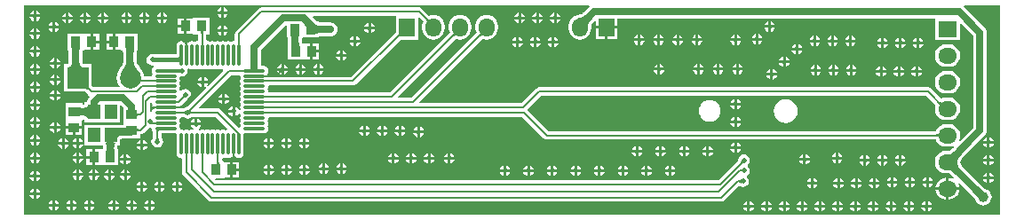
<source format=gtl>
G04*
G04 #@! TF.GenerationSoftware,Altium Limited,Altium Designer,19.0.4 (130)*
G04*
G04 Layer_Physical_Order=1*
G04 Layer_Color=255*
%FSLAX44Y44*%
%MOMM*%
G71*
G01*
G75*
%ADD11C,0.3000*%
%ADD12C,0.2000*%
%ADD17R,0.9300X0.9800*%
%ADD18O,2.1000X0.3000*%
%ADD19O,0.3000X2.1000*%
%ADD20R,1.1500X1.4000*%
%ADD21R,0.9800X0.9300*%
%ADD34C,1.0000*%
%ADD35C,0.7000*%
%ADD36C,0.4000*%
%ADD37R,1.5240X1.7780*%
%ADD38O,1.5240X1.7780*%
%ADD39O,1.7780X1.5240*%
%ADD40R,1.7780X1.5240*%
%ADD41C,2.0000*%
%ADD42R,2.0000X2.0000*%
%ADD43C,0.5080*%
G36*
X384277Y187421D02*
X384566Y187174D01*
X384838Y186972D01*
X385093Y186816D01*
X385329Y186705D01*
X385548Y186640D01*
X385750Y186621D01*
X385934Y186647D01*
X386101Y186719D01*
X386250Y186836D01*
X383434Y184021D01*
X383551Y184170D01*
X383623Y184336D01*
X383649Y184520D01*
X383629Y184722D01*
X383565Y184941D01*
X383454Y185177D01*
X383298Y185432D01*
X383096Y185704D01*
X382849Y185993D01*
X382556Y186300D01*
X383970Y187714D01*
X384277Y187421D01*
D02*
G37*
G36*
X541787Y187507D02*
X540488Y186159D01*
X538449Y183727D01*
X537710Y182643D01*
X537157Y181648D01*
X536792Y180741D01*
X536613Y179922D01*
X536620Y179192D01*
X536815Y178550D01*
X537196Y177997D01*
X528112Y187750D01*
X529002Y187876D01*
X529887Y188078D01*
X530769Y188358D01*
X531647Y188713D01*
X532522Y189146D01*
X533392Y189655D01*
X534259Y190241D01*
X535122Y190903D01*
X535982Y191642D01*
X536837Y192457D01*
X541787Y187507D01*
D02*
G37*
G36*
X277619Y181870D02*
X268380Y175720D01*
X268867Y176174D01*
X269137Y176745D01*
X269192Y177433D01*
X269030Y178238D01*
X268652Y179160D01*
X268059Y180199D01*
X267250Y181355D01*
X266224Y182628D01*
X263525Y185525D01*
X269656Y189294D01*
X277619Y181870D01*
D02*
G37*
G36*
X171310Y175110D02*
X171140Y175051D01*
X170990Y174951D01*
X170860Y174811D01*
X170750Y174631D01*
X170660Y174410D01*
X170590Y174151D01*
X170540Y173850D01*
X170510Y173510D01*
X170500Y173130D01*
X168500D01*
X168490Y173510D01*
X168460Y173850D01*
X168410Y174151D01*
X168340Y174410D01*
X168250Y174631D01*
X168140Y174811D01*
X168010Y174951D01*
X167860Y175051D01*
X167690Y175110D01*
X167500Y175131D01*
X171500D01*
X171310Y175110D01*
D02*
G37*
G36*
X277689Y181609D02*
X277899Y181376D01*
X278249Y181171D01*
X278739Y180993D01*
X279370Y180842D01*
X280140Y180719D01*
X281049Y180623D01*
X283290Y180514D01*
X284620Y180500D01*
Y173500D01*
X283290Y173486D01*
X280140Y173281D01*
X279370Y173158D01*
X278739Y173007D01*
X278249Y172829D01*
X277899Y172624D01*
X277689Y172391D01*
X277619Y172131D01*
Y181870D01*
X277689Y181609D01*
D02*
G37*
G36*
X437049Y171164D02*
X436901Y171281D01*
X436734Y171353D01*
X436550Y171379D01*
X436348Y171360D01*
X436129Y171295D01*
X435892Y171184D01*
X435638Y171028D01*
X435366Y170826D01*
X435077Y170579D01*
X434770Y170286D01*
X433356Y171700D01*
X433649Y172007D01*
X433896Y172296D01*
X434098Y172568D01*
X434254Y172822D01*
X434365Y173059D01*
X434430Y173278D01*
X434449Y173480D01*
X434423Y173664D01*
X434351Y173831D01*
X434234Y173979D01*
X437049Y171164D01*
D02*
G37*
G36*
X411650D02*
X411501Y171281D01*
X411334Y171353D01*
X411150Y171379D01*
X410948Y171360D01*
X410729Y171295D01*
X410493Y171184D01*
X410238Y171028D01*
X409966Y170826D01*
X409677Y170579D01*
X409370Y170286D01*
X407956Y171700D01*
X408249Y172007D01*
X408496Y172296D01*
X408698Y172568D01*
X408854Y172822D01*
X408965Y173059D01*
X409030Y173278D01*
X409049Y173480D01*
X409023Y173664D01*
X408951Y173831D01*
X408834Y173979D01*
X411650Y171164D01*
D02*
G37*
G36*
X353980Y174097D02*
X353826Y173994D01*
X353826Y173994D01*
X311411Y131578D01*
X232892D01*
X232135Y132500D01*
X231822Y134076D01*
X231481Y134586D01*
X232255Y135744D01*
X232604Y137500D01*
X232255Y139256D01*
X231260Y140744D01*
X229772Y141739D01*
X228016Y142088D01*
X225572D01*
Y157600D01*
X248680Y180708D01*
X249950Y180182D01*
Y172273D01*
X249922Y172131D01*
X249950Y171988D01*
Y169100D01*
X251184D01*
X251364Y166525D01*
X251324Y164441D01*
X251284Y163900D01*
X250650D01*
Y161012D01*
X250622Y160870D01*
X250638Y160788D01*
X250626Y160705D01*
X250650Y160611D01*
Y148100D01*
X265431D01*
X265950Y148100D01*
X267029Y148560D01*
X267220D01*
X272430D01*
Y156000D01*
Y163440D01*
X267029D01*
X265950Y163900D01*
X265431Y163900D01*
X264716D01*
X264535Y166475D01*
X264568Y168154D01*
X265350Y169100D01*
X277477D01*
X277619Y169072D01*
X277762Y169100D01*
X277978D01*
X278016Y169097D01*
X278023Y169100D01*
X280650D01*
Y170249D01*
X283405Y170429D01*
X284651Y170441D01*
X284663Y170444D01*
X292000D01*
X293697Y170667D01*
X295278Y171322D01*
X296636Y172364D01*
X297678Y173722D01*
X298333Y175303D01*
X298556Y177000D01*
X298333Y178697D01*
X297678Y180278D01*
X296636Y181636D01*
X295278Y182678D01*
X293697Y183333D01*
X292000Y183556D01*
X284663D01*
X284651Y183559D01*
X283380Y183572D01*
X281285Y183674D01*
X280650Y183741D01*
Y184900D01*
X278855D01*
X274736Y188740D01*
X275201Y189922D01*
X353980D01*
Y174097D01*
D02*
G37*
G36*
X930000Y0D02*
X0D01*
Y200000D01*
X538386D01*
X538817Y198730D01*
X538694Y198636D01*
X534734Y194676D01*
X534727Y194671D01*
X533928Y193910D01*
X533193Y193278D01*
X532470Y192724D01*
X531763Y192245D01*
X531070Y191840D01*
X530393Y191506D01*
X529731Y191238D01*
X529083Y191032D01*
X528445Y190886D01*
X527683Y190778D01*
X527459Y190700D01*
X526828Y190617D01*
X524244Y189547D01*
X522026Y187844D01*
X520323Y185626D01*
X519253Y183042D01*
X518888Y180270D01*
Y177730D01*
X519253Y174958D01*
X520323Y172374D01*
X522026Y170156D01*
X524244Y168453D01*
X526828Y167383D01*
X529600Y167018D01*
X532372Y167383D01*
X534956Y168453D01*
X537174Y170156D01*
X538876Y172374D01*
X539947Y174958D01*
X540312Y177730D01*
Y180270D01*
X540231Y180882D01*
X540316Y181035D01*
X540891Y181878D01*
X542764Y184112D01*
X543570Y184949D01*
X544840Y184437D01*
Y180270D01*
X555000D01*
X565160D01*
Y187444D01*
X868110D01*
Y166780D01*
X891890D01*
Y182179D01*
X893063Y182665D01*
X904444Y171284D01*
Y82846D01*
X891835Y70237D01*
X890759Y70956D01*
X891617Y73028D01*
X891982Y75800D01*
X891617Y78572D01*
X890547Y81156D01*
X888844Y83374D01*
X886626Y85077D01*
X884042Y86147D01*
X881270Y86512D01*
X878730D01*
X875958Y86147D01*
X873374Y85077D01*
X871156Y83374D01*
X869453Y81156D01*
X868924Y79878D01*
X499666D01*
X479250Y100294D01*
X492377Y113422D01*
X859982D01*
X868690Y104713D01*
X868383Y103972D01*
X868018Y101200D01*
X868383Y98428D01*
X869453Y95844D01*
X871156Y93626D01*
X873374Y91923D01*
X875958Y90853D01*
X878730Y90488D01*
X881270D01*
X884042Y90853D01*
X886626Y91923D01*
X888844Y93626D01*
X890547Y95844D01*
X891617Y98428D01*
X891982Y101200D01*
X891617Y103972D01*
X890547Y106556D01*
X888844Y108774D01*
X886626Y110477D01*
X884042Y111547D01*
X881270Y111912D01*
X878730D01*
X875958Y111547D01*
X874144Y110795D01*
X864555Y120384D01*
X863232Y121268D01*
X861671Y121578D01*
X861671Y121578D01*
X490688D01*
X489127Y121268D01*
X487804Y120384D01*
X487804Y120384D01*
X473999Y106578D01*
X377075D01*
X376589Y107752D01*
X436750Y167913D01*
X438028Y167383D01*
X440800Y167018D01*
X443572Y167383D01*
X446156Y168453D01*
X448374Y170156D01*
X450077Y172374D01*
X451147Y174958D01*
X451512Y177730D01*
Y180270D01*
X451147Y183042D01*
X450077Y185626D01*
X448374Y187844D01*
X446156Y189547D01*
X443572Y190617D01*
X440800Y190982D01*
X438028Y190617D01*
X435444Y189547D01*
X433226Y187844D01*
X431524Y185626D01*
X430453Y183042D01*
X430088Y180270D01*
Y177730D01*
X430453Y174958D01*
X430983Y173680D01*
X368881Y111578D01*
X356675D01*
X356189Y112752D01*
X411350Y167913D01*
X412628Y167383D01*
X415400Y167018D01*
X418172Y167383D01*
X420756Y168453D01*
X422974Y170156D01*
X424677Y172374D01*
X425747Y174958D01*
X426112Y177730D01*
Y180270D01*
X425747Y183042D01*
X424677Y185626D01*
X422974Y187844D01*
X420756Y189547D01*
X418172Y190617D01*
X415400Y190982D01*
X412628Y190617D01*
X410044Y189547D01*
X407826Y187844D01*
X406123Y185626D01*
X405053Y183042D01*
X404688Y180270D01*
Y177730D01*
X405053Y174958D01*
X405583Y173680D01*
X348481Y116578D01*
X233361D01*
X232604Y117500D01*
X232255Y119256D01*
X231758Y120000D01*
X232255Y120744D01*
X232604Y122500D01*
X233361Y123422D01*
X313100D01*
X313100Y123422D01*
X314661Y123732D01*
X315984Y124616D01*
X358478Y167110D01*
X375220D01*
Y187623D01*
X376393Y188109D01*
X380182Y184320D01*
X379653Y183042D01*
X379288Y180270D01*
Y177730D01*
X379653Y174958D01*
X380723Y172374D01*
X382426Y170156D01*
X384644Y168453D01*
X387228Y167383D01*
X390000Y167018D01*
X392772Y167383D01*
X395356Y168453D01*
X397574Y170156D01*
X399277Y172374D01*
X400347Y174958D01*
X400712Y177730D01*
Y180270D01*
X400347Y183042D01*
X399277Y185626D01*
X397574Y187844D01*
X395356Y189547D01*
X392772Y190617D01*
X390000Y190982D01*
X387228Y190617D01*
X385950Y190088D01*
X379154Y196884D01*
X377831Y197768D01*
X376270Y198078D01*
X376270Y198078D01*
X226000D01*
X226000Y198078D01*
X224439Y197768D01*
X223116Y196884D01*
X223116Y196884D01*
X201616Y175384D01*
X200732Y174061D01*
X200422Y172500D01*
X200422Y172500D01*
Y166614D01*
X199500Y165858D01*
X197744Y165509D01*
X197000Y165012D01*
X196256Y165509D01*
X194500Y165858D01*
X192744Y165509D01*
X192000Y165012D01*
X191256Y165509D01*
X189500Y165858D01*
X187744Y165509D01*
X187000Y165012D01*
X186256Y165509D01*
X184500Y165858D01*
X182744Y165509D01*
X182000Y165012D01*
X181256Y165509D01*
X179500Y165858D01*
X177744Y165509D01*
X177000Y165012D01*
X176256Y165509D01*
X174500Y165858D01*
X173578Y166614D01*
Y172100D01*
X176350D01*
Y187900D01*
X161569D01*
X161050Y187900D01*
X159971Y187440D01*
X159780D01*
X154570D01*
Y180000D01*
Y172560D01*
X159971D01*
X161050Y172100D01*
X161569Y172100D01*
X165422D01*
Y166615D01*
X164500Y165858D01*
X162744Y165509D01*
X162000Y165012D01*
X161256Y165509D01*
X159500Y165858D01*
X157744Y165509D01*
X156586Y164735D01*
X156076Y165076D01*
X155770Y165137D01*
Y163788D01*
X155261Y163026D01*
X154911Y161270D01*
Y152270D01*
X154089D01*
Y161270D01*
X153739Y163026D01*
X153230Y163788D01*
Y165137D01*
X152924Y165076D01*
X152414Y164735D01*
X151256Y165509D01*
X149500Y165858D01*
X147744Y165509D01*
X146256Y164514D01*
X145261Y163026D01*
X144912Y161270D01*
Y153103D01*
X144853Y153098D01*
X124342D01*
X124162Y153219D01*
X122000Y153649D01*
X119838Y153219D01*
X118006Y151994D01*
X116782Y150162D01*
X116351Y148000D01*
X116782Y145838D01*
X118006Y144006D01*
X119838Y142781D01*
X122000Y142352D01*
X122862Y142523D01*
X123357Y141327D01*
X122486Y140744D01*
X121491Y139256D01*
X121142Y137500D01*
X121491Y135744D01*
X121988Y135000D01*
X121491Y134256D01*
X121142Y132500D01*
X120542Y131770D01*
X113991D01*
X113665Y134241D01*
X112355Y137404D01*
X111313Y138762D01*
X111178Y139029D01*
X110328Y140112D01*
X109623Y141075D01*
X108435Y142923D01*
X108024Y143684D01*
X107691Y144398D01*
X107451Y145029D01*
X107296Y145566D01*
X107216Y146004D01*
X107185Y146486D01*
Y153066D01*
X107187Y153076D01*
X107230Y155519D01*
X107339Y157100D01*
X108279D01*
Y159831D01*
X108299Y159902D01*
X108284Y160017D01*
X108307Y160131D01*
X108279Y160273D01*
Y172900D01*
X93498D01*
X92979Y172900D01*
X91899Y172440D01*
X91709D01*
X86499D01*
Y165000D01*
Y157560D01*
X91899D01*
X92979Y157100D01*
X93871Y157100D01*
X94060Y154343D01*
X94070Y153105D01*
X94073Y153092D01*
Y146205D01*
X94042Y145699D01*
X93964Y145231D01*
X93815Y144663D01*
X93588Y144002D01*
X93275Y143256D01*
X92902Y142488D01*
X91106Y139493D01*
X90354Y138410D01*
X90272Y138221D01*
X89644Y137404D01*
X88335Y134241D01*
X87888Y130848D01*
X88335Y127454D01*
X89644Y124292D01*
X90852Y122717D01*
X90291Y121578D01*
X65231D01*
X64192Y122617D01*
X64000Y122823D01*
Y123152D01*
X64008Y123251D01*
X64000Y123277D01*
Y143848D01*
X55991D01*
X55944Y143925D01*
X55794Y144295D01*
X55637Y144880D01*
X55505Y145671D01*
X55419Y146656D01*
X55386Y147897D01*
X55385Y147905D01*
Y153066D01*
X55387Y153076D01*
X55430Y155519D01*
X55539Y157100D01*
X56479Y157100D01*
X57558Y157560D01*
X57749D01*
X62959D01*
Y165000D01*
Y172440D01*
X57558D01*
X56479Y172900D01*
X55959Y172900D01*
X41179D01*
Y160273D01*
X41150Y160131D01*
X41173Y160017D01*
X41159Y159902D01*
X41179Y159831D01*
Y157100D01*
X42071D01*
X42260Y154343D01*
X42270Y153105D01*
X42273Y153092D01*
Y147905D01*
X42271Y147897D01*
X42238Y146656D01*
X42152Y145671D01*
X42021Y144880D01*
X41864Y144295D01*
X41713Y143925D01*
X41666Y143848D01*
X38000D01*
Y117848D01*
X57166D01*
X57299Y117820D01*
X57396Y117838D01*
X57641Y117633D01*
X60658Y114616D01*
X60658Y114616D01*
X61791Y113859D01*
X62217Y112489D01*
X61593Y111865D01*
X60551Y110507D01*
X59896Y108926D01*
X59774Y108000D01*
X57479D01*
Y105612D01*
X56305Y105187D01*
X55129Y106003D01*
Y106350D01*
X52241D01*
X52098Y106378D01*
X51956Y106350D01*
X39329D01*
Y91569D01*
X39329Y91050D01*
X39789Y89971D01*
Y89780D01*
Y84570D01*
X47229D01*
X54669D01*
Y89971D01*
X55129Y91050D01*
X56352Y91531D01*
X57479Y90961D01*
Y88000D01*
X90979D01*
Y103954D01*
X92249Y104480D01*
X94329Y102400D01*
Y88050D01*
X94329D01*
X94329Y88002D01*
X94329Y86780D01*
Y86042D01*
X94183Y86004D01*
X93542Y85892D01*
X92249Y85787D01*
X90979Y86000D01*
Y86000D01*
X88090D01*
X87948Y86028D01*
X87840Y86007D01*
X87731Y86021D01*
X87656Y86000D01*
X57479D01*
Y66000D01*
X75101D01*
X75112Y65951D01*
X75212Y65272D01*
X75285Y64218D01*
X75251Y63543D01*
X75180Y62900D01*
X73979Y62900D01*
X72899Y62440D01*
X72709D01*
X67499D01*
Y55000D01*
Y47560D01*
X72899D01*
X73979Y47100D01*
X74498Y47100D01*
X89279D01*
Y59661D01*
X89306Y59778D01*
X89298Y59824D01*
X89307Y59869D01*
X89279Y60012D01*
Y62900D01*
X88668D01*
X88580Y64299D01*
X88679Y65126D01*
X88807Y65786D01*
X88870Y66000D01*
X90979D01*
Y68888D01*
X91007Y69030D01*
X90979Y69173D01*
Y71793D01*
X90990Y71830D01*
X91007Y71990D01*
X91084Y72037D01*
X91449Y72186D01*
X92029Y72343D01*
X92815Y72473D01*
X93793Y72560D01*
X95029Y72592D01*
X95036Y72594D01*
X101079D01*
X101504Y72650D01*
X110129D01*
Y75806D01*
X110829Y76750D01*
X112389Y77060D01*
X113712Y77945D01*
X118884Y83116D01*
X120270Y83196D01*
X121026Y82592D01*
X121175Y82333D01*
X121491Y80744D01*
X122486Y79256D01*
X122652Y79145D01*
Y73901D01*
X122634Y73864D01*
X122590Y73784D01*
X122365Y73432D01*
X122222Y73234D01*
X122082Y72930D01*
X121511Y72076D01*
X121081Y69914D01*
X121511Y67753D01*
X122736Y65920D01*
X124568Y64696D01*
X126730Y64266D01*
X128892Y64696D01*
X130724Y65920D01*
X131949Y67753D01*
X132379Y69914D01*
X131949Y72076D01*
X131378Y72930D01*
X131238Y73234D01*
X131095Y73432D01*
X130870Y73784D01*
X130826Y73864D01*
X130808Y73901D01*
Y77912D01*
X143730D01*
X144084Y77982D01*
X144982Y77084D01*
X144912Y76730D01*
Y58730D01*
X145261Y56974D01*
X146256Y55486D01*
X147744Y54491D01*
X149500Y54142D01*
X150422Y53385D01*
Y40500D01*
X150422Y40500D01*
X150732Y38939D01*
X151616Y37616D01*
X175616Y13616D01*
X176939Y12732D01*
X178500Y12422D01*
X664500D01*
X664500Y12422D01*
X666061Y12732D01*
X667384Y13616D01*
X681434Y27666D01*
X681482Y27635D01*
X681681Y27492D01*
X681984Y27352D01*
X682838Y26781D01*
X685000Y26351D01*
X687162Y26781D01*
X688994Y28006D01*
X690219Y29838D01*
X690648Y32000D01*
X690219Y34162D01*
X688994Y35994D01*
X689132Y37430D01*
X689994Y38006D01*
X691219Y39838D01*
X691648Y42000D01*
X691219Y44162D01*
X689994Y45994D01*
X689426Y46374D01*
Y47644D01*
X689994Y48024D01*
X691219Y49856D01*
X691648Y52018D01*
X691219Y54180D01*
X689994Y56012D01*
X688162Y57236D01*
X686000Y57666D01*
X683838Y57236D01*
X682006Y56012D01*
X680781Y54180D01*
X680581Y53172D01*
X680465Y52859D01*
X680426Y52617D01*
X680336Y52209D01*
X680311Y52121D01*
X680297Y52083D01*
X661293Y33078D01*
X182689D01*
X181841Y33927D01*
X182327Y35100D01*
X189950Y35100D01*
X191029Y35560D01*
X191220D01*
X196430D01*
Y43000D01*
Y50440D01*
X191029D01*
X189950Y50900D01*
X189848D01*
X188578Y51817D01*
Y53385D01*
X189500Y54142D01*
X191256Y54491D01*
X192000Y54988D01*
X192744Y54491D01*
X194500Y54142D01*
X196256Y54491D01*
X197414Y55265D01*
X197924Y54924D01*
X198230Y54864D01*
Y56212D01*
X198739Y56974D01*
X199089Y58730D01*
Y67730D01*
X199911D01*
Y58730D01*
X200261Y56974D01*
X200770Y56212D01*
Y54864D01*
X201076Y54924D01*
X201586Y55265D01*
X202744Y54491D01*
X204500Y54142D01*
X206256Y54491D01*
X207744Y55486D01*
X208739Y56974D01*
X209088Y58730D01*
Y76730D01*
X209028Y77032D01*
X209738Y77741D01*
X210148Y77912D01*
X228016D01*
X229772Y78261D01*
X231260Y79256D01*
X232255Y80744D01*
X232604Y82500D01*
X232255Y84256D01*
X231758Y85000D01*
X232255Y85744D01*
X232604Y87500D01*
X232255Y89256D01*
X231758Y90000D01*
X232255Y90744D01*
X232604Y92500D01*
X233361Y93422D01*
X474587D01*
X495093Y72916D01*
X496416Y72032D01*
X497976Y71722D01*
X497977Y71722D01*
X868924D01*
X869453Y70444D01*
X871156Y68226D01*
X873374Y66523D01*
X875958Y65453D01*
X878730Y65088D01*
X881270D01*
X884042Y65453D01*
X885070Y65879D01*
X886375Y65045D01*
X886385Y64790D01*
X885084Y63536D01*
X883937Y62523D01*
X882914Y61715D01*
X882035Y61116D01*
X881882Y61031D01*
X881270Y61112D01*
X878730D01*
X875958Y60747D01*
X873374Y59676D01*
X871156Y57974D01*
X869453Y55756D01*
X868383Y53172D01*
X868018Y50400D01*
X868383Y47628D01*
X869453Y45044D01*
X871156Y42826D01*
X873374Y41123D01*
X875958Y40053D01*
X878730Y39688D01*
X881270D01*
X881297Y39692D01*
X881425Y39620D01*
X882294Y39021D01*
X884575Y37104D01*
X885870Y35855D01*
X885967Y35426D01*
X884874Y34504D01*
X883922Y34899D01*
X881270Y35248D01*
X881270D01*
Y26270D01*
X891350D01*
X891169Y27652D01*
X890383Y29550D01*
X891459Y30269D01*
X901847Y19881D01*
X901853Y19872D01*
X905502Y16104D01*
X906146Y15367D01*
X906206Y14912D01*
X907012Y12966D01*
X908294Y11294D01*
X909966Y10012D01*
X911912Y9206D01*
X914000Y8931D01*
X916088Y9206D01*
X918035Y10012D01*
X919706Y11294D01*
X920988Y12966D01*
X921794Y14912D01*
X922069Y17000D01*
X921794Y19088D01*
X920988Y21035D01*
X919706Y22706D01*
X918035Y23988D01*
X916088Y24794D01*
X915874Y24822D01*
X911070Y29202D01*
X895530Y44742D01*
X895527Y44747D01*
X894818Y45498D01*
X894240Y46193D01*
X893727Y46896D01*
X893278Y47608D01*
X892889Y48330D01*
X892560Y49065D01*
X892287Y49815D01*
X892156Y50274D01*
X892238Y50531D01*
X892506Y51193D01*
X892840Y51870D01*
X893245Y52562D01*
X893699Y53235D01*
X894939Y54758D01*
X895671Y55527D01*
X895676Y55534D01*
X915636Y75494D01*
X916678Y76852D01*
X917333Y78433D01*
X917556Y80130D01*
Y174000D01*
X917333Y175697D01*
X916678Y177278D01*
X915636Y178636D01*
X895636Y198636D01*
X895513Y198730D01*
X895944Y200000D01*
X930000D01*
Y0D01*
D02*
G37*
G36*
X262073Y172061D02*
X261943Y171850D01*
X261827Y171500D01*
X261727Y171010D01*
X261642Y170380D01*
X261519Y168700D01*
X261475Y166398D01*
X261685Y163389D01*
X261817Y162619D01*
X261979Y161989D01*
X262170Y161500D01*
X262390Y161150D01*
X262640Y160940D01*
X262920Y160870D01*
X253680D01*
X253827Y160940D01*
X253958Y161150D01*
X254073Y161500D01*
X254173Y161989D01*
X254258Y162619D01*
X254381Y164300D01*
X254425Y166602D01*
X254215Y169611D01*
X254083Y170380D01*
X253921Y171010D01*
X253730Y171500D01*
X253509Y171850D01*
X253260Y172061D01*
X252980Y172131D01*
X262220D01*
X262073Y172061D01*
D02*
G37*
G36*
X105036Y160061D02*
X104845Y159851D01*
X104677Y159501D01*
X104532Y159010D01*
X104409Y158380D01*
X104308Y157611D01*
X104173Y155651D01*
X104129Y153131D01*
X97129D01*
X97118Y154460D01*
X96849Y158380D01*
X96726Y159010D01*
X96580Y159501D01*
X96412Y159851D01*
X96222Y160061D01*
X96009Y160131D01*
X105248D01*
X105036Y160061D01*
D02*
G37*
G36*
X53236D02*
X53045Y159851D01*
X52877Y159501D01*
X52732Y159010D01*
X52609Y158380D01*
X52508Y157611D01*
X52373Y155651D01*
X52329Y153131D01*
X45329D01*
X45318Y154460D01*
X45049Y158380D01*
X44926Y159010D01*
X44780Y159501D01*
X44612Y159851D01*
X44422Y160061D01*
X44209Y160131D01*
X53448D01*
X53236Y160061D01*
D02*
G37*
G36*
X123548Y150025D02*
X123601Y150020D01*
X123795Y150011D01*
X125090Y150000D01*
Y146000D01*
X123525Y145969D01*
Y150031D01*
X123548Y150025D01*
D02*
G37*
G36*
X148032Y144000D02*
X147992Y144380D01*
X147871Y144720D01*
X147669Y145020D01*
X147387Y145280D01*
X147025Y145500D01*
X146581Y145680D01*
X146057Y145820D01*
X145453Y145920D01*
X144768Y145980D01*
X144002Y146000D01*
Y150000D01*
X144768Y150020D01*
X145453Y150080D01*
X146057Y150180D01*
X146581Y150320D01*
X147025Y150500D01*
X147387Y150720D01*
X147669Y150980D01*
X147871Y151280D01*
X147992Y151620D01*
X148032Y152000D01*
Y144000D01*
D02*
G37*
G36*
X52364Y146482D02*
X52469Y145286D01*
X52644Y144232D01*
X52889Y143318D01*
X53204Y142544D01*
X53589Y141912D01*
X54044Y141419D01*
X54569Y141068D01*
X55164Y140857D01*
X55829Y140787D01*
X41829D01*
X42494Y140857D01*
X43089Y141068D01*
X43614Y141419D01*
X44069Y141912D01*
X44454Y142544D01*
X44769Y143318D01*
X45014Y144232D01*
X45189Y145286D01*
X45294Y146482D01*
X45329Y147817D01*
X52329D01*
X52364Y146482D01*
D02*
G37*
G36*
X104175Y145629D02*
X104314Y144867D01*
X104547Y144059D01*
X104872Y143207D01*
X105289Y142309D01*
X105800Y141366D01*
X107100Y139344D01*
X107889Y138265D01*
X108772Y137141D01*
X92866Y136666D01*
X93676Y137832D01*
X95594Y141030D01*
X96063Y141995D01*
X96447Y142911D01*
X96745Y143775D01*
X96958Y144590D01*
X97086Y145354D01*
X97129Y146068D01*
X104129Y146346D01*
X104175Y145629D01*
D02*
G37*
G36*
X157744Y139031D02*
X159500Y138682D01*
X161256Y139031D01*
X162000Y139528D01*
X162744Y139031D01*
X164500Y138682D01*
X166256Y139031D01*
X167000Y139528D01*
X167744Y139031D01*
X169500Y138682D01*
X171256Y139031D01*
X172000Y139528D01*
X172744Y139031D01*
X174500Y138682D01*
X176256Y139031D01*
X177000Y139528D01*
X177744Y139031D01*
X179500Y138682D01*
X181256Y139031D01*
X182000Y139528D01*
X182744Y139031D01*
X184500Y138682D01*
X186256Y139031D01*
X187000Y139528D01*
X187744Y139031D01*
X189181Y138745D01*
X189624Y137842D01*
X189682Y137449D01*
X175248Y123016D01*
X174261Y123825D01*
X174785Y124609D01*
X174927Y125321D01*
X171270D01*
Y121664D01*
X171982Y121806D01*
X172766Y122330D01*
X173576Y121343D01*
X155435Y103203D01*
X155397Y103189D01*
X155309Y103163D01*
X154901Y103074D01*
X154659Y103035D01*
X154346Y102919D01*
X153338Y102718D01*
X152484Y102148D01*
X152181Y102008D01*
X151982Y101865D01*
X151630Y101639D01*
X151550Y101596D01*
X151513Y101578D01*
X148642D01*
X147893Y102494D01*
X148109Y103735D01*
X149427Y104616D01*
X153487Y108676D01*
X155500Y109077D01*
X157332Y110301D01*
X158557Y112134D01*
X158987Y114295D01*
X158557Y116457D01*
X157332Y118289D01*
X155500Y119514D01*
X153338Y119944D01*
X151177Y119514D01*
X149443Y118355D01*
X148862Y118441D01*
X148082Y118687D01*
X147969Y119256D01*
X147472Y120000D01*
X147969Y120744D01*
X148318Y122500D01*
X147969Y124256D01*
X147472Y125000D01*
X147969Y125744D01*
X148318Y127500D01*
X147969Y129256D01*
X147472Y130000D01*
X147969Y130744D01*
X148258Y132198D01*
X150000Y131852D01*
X152162Y132281D01*
X153994Y133506D01*
X155219Y135338D01*
X155648Y137500D01*
X155289Y139308D01*
X156076Y139464D01*
X156586Y139805D01*
X157744Y139031D01*
D02*
G37*
G36*
X103452Y131035D02*
X103933Y128623D01*
X103996Y128485D01*
X104057Y128398D01*
X102643Y126984D01*
X102556Y127046D01*
X102418Y127108D01*
X102229Y127173D01*
X101987Y127239D01*
X101350Y127374D01*
X99455Y127664D01*
X103378Y131587D01*
X103452Y131035D01*
D02*
G37*
G36*
X60820Y122781D02*
X60735Y122626D01*
X60715Y122434D01*
X60760Y122205D01*
X60869Y121940D01*
X61042Y121639D01*
X61281Y121302D01*
X61584Y120928D01*
X62384Y120072D01*
X60163Y119464D01*
X59789Y119824D01*
X59102Y120398D01*
X58789Y120612D01*
X58496Y120777D01*
X58224Y120895D01*
X57971Y120963D01*
X57739Y120983D01*
X57527Y120955D01*
X57335Y120878D01*
X60970Y122900D01*
X60820Y122781D01*
D02*
G37*
G36*
X872586Y108013D02*
X872871Y107770D01*
X873138Y107574D01*
X873386Y107424D01*
X873617Y107321D01*
X873829Y107264D01*
X874022Y107254D01*
X874197Y107290D01*
X874355Y107373D01*
X874493Y107502D01*
X871899Y104456D01*
X872006Y104616D01*
X872068Y104792D01*
X872085Y104985D01*
X872057Y105195D01*
X871984Y105422D01*
X871867Y105665D01*
X871705Y105925D01*
X871498Y106202D01*
X871247Y106496D01*
X870951Y106806D01*
X872283Y108302D01*
X872586Y108013D01*
D02*
G37*
G36*
X60540Y91350D02*
X60468Y92015D01*
X60256Y92610D01*
X59904Y93135D01*
X59411Y93590D01*
X58778Y93975D01*
X58005Y94290D01*
X57091Y94535D01*
X56038Y94710D01*
X55835Y94728D01*
X53218Y94573D01*
X52728Y94473D01*
X52378Y94358D01*
X52168Y94227D01*
X52098Y94080D01*
Y103320D01*
X52168Y103040D01*
X52378Y102790D01*
X52728Y102570D01*
X53218Y102379D01*
X53848Y102217D01*
X54618Y102085D01*
X55528Y101982D01*
X55886Y101964D01*
X56029Y101975D01*
X57079Y102131D01*
X57989Y102349D01*
X58759Y102630D01*
X59389Y102973D01*
X59879Y103378D01*
X60229Y103847D01*
X60439Y104377D01*
X60509Y104970D01*
X60540Y91350D01*
D02*
G37*
G36*
X205897Y132500D02*
X206210Y130924D01*
X206551Y130414D01*
X205777Y129256D01*
X205428Y127500D01*
X205777Y125744D01*
X206274Y125000D01*
X205777Y124256D01*
X205428Y122500D01*
X205777Y120744D01*
X206274Y120000D01*
X205777Y119256D01*
X205428Y117500D01*
X205777Y115744D01*
X206274Y115000D01*
X205777Y114256D01*
X205428Y112500D01*
X205777Y110744D01*
X206274Y110000D01*
X205777Y109256D01*
X205428Y107500D01*
X205777Y105744D01*
X206274Y105000D01*
X205777Y104256D01*
X205428Y102500D01*
X205777Y100744D01*
X205847Y100640D01*
X205695Y100272D01*
X204375Y100400D01*
X204374Y100401D01*
X204285Y100848D01*
X203162Y102528D01*
X201482Y103651D01*
X200770Y103792D01*
Y98866D01*
Y93939D01*
X201482Y94080D01*
X203162Y95203D01*
X204262Y96849D01*
X204421Y96875D01*
X205565Y96809D01*
X205777Y95744D01*
X206274Y95000D01*
X205777Y94256D01*
X205428Y92500D01*
X205777Y90744D01*
X206274Y90000D01*
X205777Y89256D01*
X205428Y87500D01*
X205777Y85744D01*
X206274Y85000D01*
X205777Y84256D01*
X205699Y83864D01*
X204321Y83446D01*
X187384Y100384D01*
X186061Y101268D01*
X184500Y101578D01*
X184500Y101578D01*
X167005D01*
X166519Y102752D01*
X197189Y133422D01*
X205140D01*
X205897Y132500D01*
D02*
G37*
G36*
X121491Y105744D02*
X122265Y104586D01*
X121924Y104076D01*
X121863Y103770D01*
X123212D01*
X123974Y103261D01*
X125730Y102911D01*
X134730D01*
Y102089D01*
X125730D01*
X123974Y101739D01*
X123212Y101230D01*
X121863D01*
X121924Y100924D01*
X122265Y100414D01*
X121491Y99256D01*
X121348Y98538D01*
X120078Y98663D01*
Y106337D01*
X121348Y106462D01*
X121491Y105744D01*
D02*
G37*
G36*
X158936Y99522D02*
X158804Y99375D01*
X158681Y99209D01*
X158567Y99022D01*
X158462Y98815D01*
X158417Y98708D01*
X158524Y98665D01*
X158745Y98593D01*
X158958Y98541D01*
X159163Y98510D01*
X159359Y98500D01*
Y96500D01*
X159163Y96490D01*
X158958Y96459D01*
X158745Y96407D01*
X158524Y96335D01*
X158295Y96242D01*
X158058Y96129D01*
X157812Y95995D01*
X157296Y95665D01*
X157025Y95469D01*
Y98132D01*
X155142Y100015D01*
X155472Y100067D01*
X156070Y100199D01*
X156339Y100278D01*
X156587Y100366D01*
X156815Y100462D01*
X157022Y100568D01*
X157209Y100681D01*
X157375Y100804D01*
X157521Y100936D01*
X158936Y99522D01*
D02*
G37*
G36*
X153975Y95469D02*
X153704Y95665D01*
X153188Y95995D01*
X152942Y96129D01*
X152705Y96242D01*
X152476Y96335D01*
X152255Y96407D01*
X152042Y96459D01*
X151837Y96490D01*
X151641Y96500D01*
Y98500D01*
X151837Y98510D01*
X152042Y98541D01*
X152255Y98593D01*
X152476Y98665D01*
X152705Y98758D01*
X152942Y98871D01*
X153188Y99005D01*
X153704Y99335D01*
X153975Y99531D01*
Y95469D01*
D02*
G37*
G36*
X104872Y98093D02*
X105342Y97801D01*
X105843Y97543D01*
X106374Y97319D01*
X106935Y97130D01*
X107098Y97087D01*
Y97700D01*
X107118Y97510D01*
X107178Y97340D01*
X107278Y97190D01*
X107418Y97060D01*
X107571Y96967D01*
X108150Y96855D01*
X108803Y96769D01*
X109486Y96717D01*
X110200Y96700D01*
Y94700D01*
X109486Y94683D01*
X108150Y94545D01*
X107571Y94433D01*
X107418Y94340D01*
X107278Y94210D01*
X107178Y94060D01*
X107118Y93890D01*
X107098Y93700D01*
Y94313D01*
X106935Y94270D01*
X106374Y94081D01*
X105843Y93857D01*
X105342Y93600D01*
X104872Y93307D01*
X104432Y92980D01*
Y98420D01*
X104872Y98093D01*
D02*
G37*
G36*
X193765Y82467D02*
X193347Y81089D01*
X192744Y80969D01*
X192000Y80472D01*
X191256Y80969D01*
X189500Y81318D01*
X187744Y80969D01*
X187000Y80472D01*
X186256Y80969D01*
X184500Y81318D01*
X182744Y80969D01*
X182000Y80472D01*
X181256Y80969D01*
X179500Y81318D01*
X177744Y80969D01*
X177000Y80472D01*
X176256Y80969D01*
X174500Y81318D01*
X172744Y80969D01*
X172000Y80472D01*
X171256Y80969D01*
X169500Y81318D01*
X167744Y80969D01*
X167408Y80744D01*
X166479Y81212D01*
X166324Y82527D01*
X167202Y83114D01*
X168325Y84794D01*
X168467Y85506D01*
X158613D01*
X158755Y84794D01*
X159878Y83114D01*
X161105Y82294D01*
X160609Y81097D01*
X159500Y81318D01*
X157744Y80969D01*
X157000Y80472D01*
X156256Y80969D01*
X154500Y81318D01*
X152744Y80969D01*
X152000Y80472D01*
X151256Y80969D01*
X149500Y81318D01*
X149146Y81248D01*
X148248Y82146D01*
X148318Y82500D01*
X147969Y84256D01*
X147472Y85000D01*
X147969Y85744D01*
X148318Y87500D01*
X147969Y89256D01*
X147472Y90000D01*
X147969Y90744D01*
X148318Y92500D01*
X149075Y93422D01*
X151513D01*
X151550Y93404D01*
X151630Y93360D01*
X151982Y93135D01*
X152181Y92992D01*
X152484Y92852D01*
X153338Y92281D01*
X155500Y91852D01*
X157662Y92281D01*
X158516Y92852D01*
X158819Y92992D01*
X159018Y93135D01*
X159370Y93360D01*
X159450Y93404D01*
X159487Y93422D01*
X182811D01*
X193765Y82467D01*
D02*
G37*
G36*
X97359Y75680D02*
X97289Y75675D01*
X97079Y75669D01*
X94948Y75663D01*
Y75650D01*
X93618Y75615D01*
X92428Y75510D01*
X91378Y75335D01*
X90468Y75090D01*
X89698Y74775D01*
X89068Y74390D01*
X88578Y73935D01*
X88228Y73410D01*
X88018Y72815D01*
X87948Y72150D01*
Y82970D01*
X88018Y82909D01*
X88228Y82854D01*
X88578Y82807D01*
X89698Y82730D01*
X91968Y82695D01*
X93929Y82854D01*
X94839Y83013D01*
X95609Y83217D01*
X96239Y83467D01*
X96729Y83762D01*
X97079Y84102D01*
X97289Y84488D01*
X97359Y84920D01*
Y75680D01*
D02*
G37*
G36*
X128730Y81032D02*
X128540Y81030D01*
X128370Y80983D01*
X128220Y80891D01*
X128090Y80755D01*
X127980Y80574D01*
X127890Y80349D01*
X127820Y80079D01*
X127770Y79764D01*
X127740Y79405D01*
X127730Y79002D01*
X125730D01*
X125720Y79445D01*
X125642Y80197D01*
X125573Y80507D01*
X125484Y80771D01*
X125376Y80992D01*
X125248Y81167D01*
X125101Y81298D01*
X124934Y81384D01*
X124747Y81426D01*
X128730Y81032D01*
D02*
G37*
G36*
X107118Y82638D02*
X107178Y82468D01*
X107278Y82318D01*
X107418Y82188D01*
X107598Y82078D01*
X107818Y81988D01*
X108078Y81918D01*
X108378Y81868D01*
X108718Y81838D01*
X109098Y81828D01*
Y79828D01*
X108718Y79818D01*
X108378Y79788D01*
X108078Y79738D01*
X107818Y79668D01*
X107598Y79578D01*
X107418Y79468D01*
X107278Y79338D01*
X107178Y79188D01*
X107118Y79018D01*
X107098Y78828D01*
Y82828D01*
X107118Y82638D01*
D02*
G37*
G36*
X871435Y73809D02*
X871413Y73997D01*
X871346Y74166D01*
X871234Y74314D01*
X871078Y74443D01*
X870877Y74552D01*
X870631Y74641D01*
X870341Y74711D01*
X870006Y74760D01*
X869626Y74790D01*
X869202Y74800D01*
Y76800D01*
X869626Y76810D01*
X870006Y76840D01*
X870341Y76889D01*
X870631Y76959D01*
X870877Y77048D01*
X871078Y77157D01*
X871234Y77286D01*
X871346Y77434D01*
X871413Y77603D01*
X871435Y77791D01*
Y73809D01*
D02*
G37*
G36*
X127740Y73577D02*
X127771Y73372D01*
X127823Y73159D01*
X127895Y72939D01*
X127988Y72709D01*
X128101Y72472D01*
X128235Y72226D01*
X128565Y71710D01*
X128761Y71439D01*
X124699D01*
X124895Y71710D01*
X125225Y72226D01*
X125359Y72472D01*
X125472Y72709D01*
X125565Y72939D01*
X125637Y73159D01*
X125689Y73372D01*
X125720Y73577D01*
X125730Y73773D01*
X127730D01*
X127740Y73577D01*
D02*
G37*
G36*
X87470Y68960D02*
X87041Y68751D01*
X86663Y68401D01*
X86336Y67910D01*
X86059Y67281D01*
X85832Y66511D01*
X85655Y65601D01*
X85529Y64550D01*
X85514Y64311D01*
X85724Y60989D01*
X85830Y60500D01*
X85953Y60149D01*
X86093Y59939D01*
X86248Y59869D01*
X77009D01*
X77279Y59939D01*
X77520Y60149D01*
X77733Y60500D01*
X77918Y60989D01*
X78074Y61620D01*
X78202Y62389D01*
X78301Y63299D01*
X78349Y64245D01*
X78256Y65601D01*
X78122Y66511D01*
X77949Y67281D01*
X77738Y67910D01*
X77488Y68401D01*
X77200Y68751D01*
X76874Y68960D01*
X76509Y69030D01*
X87948D01*
X87470Y68960D01*
D02*
G37*
G36*
X893457Y57637D02*
X892642Y56782D01*
X891241Y55059D01*
X890655Y54192D01*
X890146Y53322D01*
X889714Y52447D01*
X889358Y51569D01*
X889079Y50687D01*
X888997Y50331D01*
X889096Y49854D01*
X889374Y48872D01*
X889724Y47914D01*
X890144Y46978D01*
X890634Y46066D01*
X891195Y45177D01*
X891826Y44311D01*
X892528Y43468D01*
X893301Y42649D01*
X887993Y38057D01*
X886624Y39378D01*
X884150Y41458D01*
X883046Y42217D01*
X882031Y42790D01*
X881105Y43175D01*
X880267Y43374D01*
X879518Y43386D01*
X878858Y43210D01*
X878286Y42848D01*
X887092Y50456D01*
X878997Y57996D01*
X879550Y57615D01*
X880192Y57420D01*
X880922Y57413D01*
X881741Y57592D01*
X882648Y57957D01*
X883643Y58510D01*
X884727Y59249D01*
X885899Y60175D01*
X887159Y61287D01*
X888507Y62587D01*
X893457Y57637D01*
D02*
G37*
G36*
X686358Y49503D02*
X686028Y49450D01*
X685430Y49319D01*
X685161Y49240D01*
X684913Y49152D01*
X684685Y49056D01*
X684478Y48950D01*
X684291Y48836D01*
X684125Y48714D01*
X683979Y48582D01*
X682564Y49996D01*
X682696Y50142D01*
X682819Y50309D01*
X682932Y50496D01*
X683038Y50703D01*
X683134Y50931D01*
X683222Y51179D01*
X683301Y51447D01*
X683433Y52046D01*
X683485Y52375D01*
X686358Y49503D01*
D02*
G37*
G36*
X185510Y49484D02*
X185540Y49138D01*
X185590Y48834D01*
X185660Y48570D01*
X185750Y48347D01*
X185860Y48164D01*
X185990Y48022D01*
X186140Y47920D01*
X186310Y47859D01*
X186500Y47839D01*
X182500D01*
X182690Y47859D01*
X182860Y47920D01*
X183010Y48022D01*
X183140Y48164D01*
X183250Y48347D01*
X183340Y48570D01*
X183410Y48834D01*
X183460Y49138D01*
X183490Y49484D01*
X183500Y49869D01*
X185500D01*
X185510Y49484D01*
D02*
G37*
G36*
X683475Y29969D02*
X683204Y30165D01*
X682688Y30495D01*
X682442Y30629D01*
X682205Y30742D01*
X681976Y30835D01*
X681755Y30907D01*
X681542Y30959D01*
X681337Y30990D01*
X681141Y31000D01*
Y33000D01*
X681337Y33010D01*
X681542Y33041D01*
X681755Y33093D01*
X681976Y33165D01*
X682205Y33258D01*
X682442Y33371D01*
X682688Y33505D01*
X683204Y33835D01*
X683475Y34031D01*
Y29969D01*
D02*
G37*
G36*
X914452Y21980D02*
X909020Y16548D01*
X908962Y16698D01*
X908806Y16936D01*
X908553Y17261D01*
X907754Y18176D01*
X904051Y22000D01*
X909000Y26950D01*
X914452Y21980D01*
D02*
G37*
%LPC*%
G36*
X330270Y183162D02*
Y179505D01*
X333927D01*
X333785Y180217D01*
X332663Y181897D01*
X330982Y183020D01*
X330270Y183162D01*
D02*
G37*
G36*
X327730D02*
X327018Y183020D01*
X325337Y181897D01*
X324215Y180217D01*
X324073Y179505D01*
X327730D01*
Y183162D01*
D02*
G37*
G36*
X333927Y176965D02*
X330270D01*
Y173308D01*
X330982Y173449D01*
X332663Y174572D01*
X333785Y176253D01*
X333927Y176965D01*
D02*
G37*
G36*
X327730D02*
X324073D01*
X324215Y176253D01*
X325337Y174572D01*
X327018Y173449D01*
X327730Y173308D01*
Y176965D01*
D02*
G37*
G36*
X316528Y170462D02*
Y166805D01*
X320185D01*
X320043Y167517D01*
X318920Y169197D01*
X317240Y170320D01*
X316528Y170462D01*
D02*
G37*
G36*
X313988D02*
X313276Y170320D01*
X311595Y169197D01*
X310473Y167517D01*
X310331Y166805D01*
X313988D01*
Y170462D01*
D02*
G37*
G36*
X320185Y164265D02*
X316528D01*
Y160608D01*
X317240Y160749D01*
X318920Y161872D01*
X320043Y163552D01*
X320185Y164265D01*
D02*
G37*
G36*
X313988D02*
X310331D01*
X310473Y163552D01*
X311595Y161872D01*
X313276Y160749D01*
X313988Y160608D01*
Y164265D01*
D02*
G37*
G36*
X274970Y163440D02*
Y157270D01*
X280890D01*
Y163440D01*
X274970D01*
D02*
G37*
G36*
X303270Y157204D02*
Y153547D01*
X306927D01*
X306785Y154259D01*
X305662Y155939D01*
X303982Y157062D01*
X303270Y157204D01*
D02*
G37*
G36*
X300730D02*
X300018Y157062D01*
X298337Y155939D01*
X297215Y154259D01*
X297073Y153547D01*
X300730D01*
Y157204D01*
D02*
G37*
G36*
X280890Y154730D02*
X274970D01*
Y148560D01*
X280890D01*
Y154730D01*
D02*
G37*
G36*
X306927Y151007D02*
X303270D01*
Y147350D01*
X303982Y147491D01*
X305662Y148614D01*
X306785Y150295D01*
X306927Y151007D01*
D02*
G37*
G36*
X300730D02*
X297073D01*
X297215Y150295D01*
X298337Y148614D01*
X300018Y147491D01*
X300730Y147350D01*
Y151007D01*
D02*
G37*
G36*
X281270Y143792D02*
Y140136D01*
X284927D01*
X284785Y140848D01*
X283662Y142528D01*
X281982Y143651D01*
X281270Y143792D01*
D02*
G37*
G36*
X278730D02*
X278018Y143651D01*
X276338Y142528D01*
X275215Y140848D01*
X275073Y140136D01*
X278730D01*
Y143792D01*
D02*
G37*
G36*
X264316D02*
Y140136D01*
X267973D01*
X267832Y140848D01*
X266709Y142528D01*
X265028Y143651D01*
X264316Y143792D01*
D02*
G37*
G36*
X261776D02*
X261064Y143651D01*
X259384Y142528D01*
X258261Y140848D01*
X258120Y140136D01*
X261776D01*
Y143792D01*
D02*
G37*
G36*
X247363D02*
Y140136D01*
X251020D01*
X250878Y140848D01*
X249755Y142528D01*
X248075Y143651D01*
X247363Y143792D01*
D02*
G37*
G36*
X244823D02*
X244111Y143651D01*
X242430Y142528D01*
X241308Y140848D01*
X241166Y140136D01*
X244823D01*
Y143792D01*
D02*
G37*
G36*
X284927Y137596D02*
X281270D01*
Y133939D01*
X281982Y134080D01*
X283662Y135203D01*
X284785Y136883D01*
X284927Y137596D01*
D02*
G37*
G36*
X278730D02*
X275073D01*
X275215Y136883D01*
X276338Y135203D01*
X278018Y134080D01*
X278730Y133939D01*
Y137596D01*
D02*
G37*
G36*
X267973D02*
X264316D01*
Y133939D01*
X265028Y134080D01*
X266709Y135203D01*
X267832Y136883D01*
X267973Y137596D01*
D02*
G37*
G36*
X261776D02*
X258120D01*
X258261Y136883D01*
X259384Y135203D01*
X261064Y134080D01*
X261776Y133939D01*
Y137596D01*
D02*
G37*
G36*
X251020D02*
X247363D01*
Y133939D01*
X248075Y134080D01*
X249755Y135203D01*
X250878Y136883D01*
X251020Y137596D01*
D02*
G37*
G36*
X243150D02*
X241166D01*
X241308Y136883D01*
X242430Y135203D01*
X244111Y134080D01*
X244823Y133939D01*
Y135922D01*
X244778Y135903D01*
X244571Y135798D01*
X244384Y135684D01*
X244217Y135561D01*
X244071Y135430D01*
X242657Y136844D01*
X242789Y136990D01*
X242911Y137157D01*
X243025Y137344D01*
X243131Y137551D01*
X243150Y137596D01*
D02*
G37*
G36*
X190099Y197927D02*
Y194270D01*
X193756D01*
X193614Y194982D01*
X192491Y196663D01*
X190811Y197785D01*
X190099Y197927D01*
D02*
G37*
G36*
X187559D02*
X186847Y197785D01*
X185166Y196663D01*
X184044Y194982D01*
X183902Y194270D01*
X187559D01*
Y197927D01*
D02*
G37*
G36*
X11270Y194695D02*
Y191038D01*
X14927D01*
X14785Y191750D01*
X13663Y193430D01*
X11982Y194553D01*
X11270Y194695D01*
D02*
G37*
G36*
X8730D02*
X8018Y194553D01*
X6338Y193430D01*
X5215Y191750D01*
X5073Y191038D01*
X8730D01*
Y194695D01*
D02*
G37*
G36*
X507270Y192927D02*
Y189270D01*
X510927D01*
X510785Y189982D01*
X509663Y191663D01*
X507982Y192785D01*
X507270Y192927D01*
D02*
G37*
G36*
X504730D02*
X504018Y192785D01*
X502337Y191663D01*
X501215Y189982D01*
X501073Y189270D01*
X504730D01*
Y192927D01*
D02*
G37*
G36*
X490316D02*
Y189270D01*
X493973D01*
X493832Y189982D01*
X492709Y191663D01*
X491029Y192785D01*
X490316Y192927D01*
D02*
G37*
G36*
X487776D02*
X487064Y192785D01*
X485384Y191663D01*
X484261Y189982D01*
X484119Y189270D01*
X487776D01*
Y192927D01*
D02*
G37*
G36*
X473363D02*
Y189270D01*
X477020D01*
X476878Y189982D01*
X475755Y191663D01*
X474075Y192785D01*
X473363Y192927D01*
D02*
G37*
G36*
X470823D02*
X470111Y192785D01*
X468430Y191663D01*
X467308Y189982D01*
X467166Y189270D01*
X470823D01*
Y192927D01*
D02*
G37*
G36*
X132574D02*
Y189270D01*
X136231D01*
X136089Y189982D01*
X134967Y191663D01*
X133286Y192785D01*
X132574Y192927D01*
D02*
G37*
G36*
X130034D02*
X129322Y192785D01*
X127642Y191663D01*
X126519Y189982D01*
X126377Y189270D01*
X130034D01*
Y192927D01*
D02*
G37*
G36*
X115621D02*
Y189270D01*
X119277D01*
X119136Y189982D01*
X118013Y191663D01*
X116333Y192785D01*
X115621Y192927D01*
D02*
G37*
G36*
X113081D02*
X112368Y192785D01*
X110688Y191663D01*
X109565Y189982D01*
X109424Y189270D01*
X113081D01*
Y192927D01*
D02*
G37*
G36*
X98667D02*
Y189270D01*
X102324D01*
X102182Y189982D01*
X101060Y191663D01*
X99379Y192785D01*
X98667Y192927D01*
D02*
G37*
G36*
X96127D02*
X95415Y192785D01*
X93735Y191663D01*
X92612Y189982D01*
X92470Y189270D01*
X96127D01*
Y192927D01*
D02*
G37*
G36*
X76177D02*
Y189270D01*
X79834D01*
X79692Y189982D01*
X78570Y191663D01*
X76889Y192785D01*
X76177Y192927D01*
D02*
G37*
G36*
X73637D02*
X72925Y192785D01*
X71245Y191663D01*
X70122Y189982D01*
X69980Y189270D01*
X73637D01*
Y192927D01*
D02*
G37*
G36*
X59224D02*
Y189270D01*
X62881D01*
X62739Y189982D01*
X61616Y191663D01*
X59936Y192785D01*
X59224Y192927D01*
D02*
G37*
G36*
X56684D02*
X55971Y192785D01*
X54291Y191663D01*
X53168Y189982D01*
X53027Y189270D01*
X56684D01*
Y192927D01*
D02*
G37*
G36*
X42270D02*
Y189270D01*
X45927D01*
X45785Y189982D01*
X44662Y191663D01*
X42982Y192785D01*
X42270Y192927D01*
D02*
G37*
G36*
X39730D02*
X39018Y192785D01*
X37338Y191663D01*
X36215Y189982D01*
X36073Y189270D01*
X39730D01*
Y192927D01*
D02*
G37*
G36*
X193756Y191730D02*
X190099D01*
Y188073D01*
X190811Y188215D01*
X192491Y189338D01*
X193614Y191018D01*
X193756Y191730D01*
D02*
G37*
G36*
X187559D02*
X183902D01*
X184044Y191018D01*
X185166Y189338D01*
X186847Y188215D01*
X187559Y188073D01*
Y191730D01*
D02*
G37*
G36*
X14927Y188498D02*
X11270D01*
Y184841D01*
X11982Y184982D01*
X13663Y186105D01*
X14785Y187786D01*
X14927Y188498D01*
D02*
G37*
G36*
X8730D02*
X5073D01*
X5215Y187786D01*
X6338Y186105D01*
X8018Y184982D01*
X8730Y184841D01*
Y188498D01*
D02*
G37*
G36*
X510927Y186730D02*
X507270D01*
Y183073D01*
X507982Y183215D01*
X509663Y184338D01*
X510785Y186018D01*
X510927Y186730D01*
D02*
G37*
G36*
X504730D02*
X501073D01*
X501215Y186018D01*
X502337Y184338D01*
X504018Y183215D01*
X504730Y183073D01*
Y186730D01*
D02*
G37*
G36*
X493973D02*
X490316D01*
Y183073D01*
X491029Y183215D01*
X492709Y184338D01*
X493832Y186018D01*
X493973Y186730D01*
D02*
G37*
G36*
X487776D02*
X484119D01*
X484261Y186018D01*
X485384Y184338D01*
X487064Y183215D01*
X487776Y183073D01*
Y186730D01*
D02*
G37*
G36*
X477020D02*
X473363D01*
Y183073D01*
X474075Y183215D01*
X475755Y184338D01*
X476878Y186018D01*
X477020Y186730D01*
D02*
G37*
G36*
X470823D02*
X467166D01*
X467308Y186018D01*
X468430Y184338D01*
X470111Y183215D01*
X470823Y183073D01*
Y186730D01*
D02*
G37*
G36*
X136231D02*
X132574D01*
Y183073D01*
X133286Y183215D01*
X134967Y184338D01*
X136089Y186018D01*
X136231Y186730D01*
D02*
G37*
G36*
X130034D02*
X126377D01*
X126519Y186018D01*
X127642Y184338D01*
X129322Y183215D01*
X130034Y183073D01*
Y186730D01*
D02*
G37*
G36*
X119277D02*
X115621D01*
Y183073D01*
X116333Y183215D01*
X118013Y184338D01*
X119136Y186018D01*
X119277Y186730D01*
D02*
G37*
G36*
X113081D02*
X109424D01*
X109565Y186018D01*
X110688Y184338D01*
X112368Y183215D01*
X113081Y183073D01*
Y186730D01*
D02*
G37*
G36*
X102324D02*
X98667D01*
Y183073D01*
X99379Y183215D01*
X101060Y184338D01*
X102182Y186018D01*
X102324Y186730D01*
D02*
G37*
G36*
X96127D02*
X92470D01*
X92612Y186018D01*
X93735Y184338D01*
X95415Y183215D01*
X96127Y183073D01*
Y186730D01*
D02*
G37*
G36*
X79834D02*
X76177D01*
Y183073D01*
X76889Y183215D01*
X78570Y184338D01*
X79692Y186018D01*
X79834Y186730D01*
D02*
G37*
G36*
X73637D02*
X69980D01*
X70122Y186018D01*
X71245Y184338D01*
X72925Y183215D01*
X73637Y183073D01*
Y186730D01*
D02*
G37*
G36*
X62881D02*
X59224D01*
Y183073D01*
X59936Y183215D01*
X61616Y184338D01*
X62739Y186018D01*
X62881Y186730D01*
D02*
G37*
G36*
X56684D02*
X53027D01*
X53168Y186018D01*
X54291Y184338D01*
X55971Y183215D01*
X56684Y183073D01*
Y186730D01*
D02*
G37*
G36*
X45927D02*
X42270D01*
Y183073D01*
X42982Y183215D01*
X44662Y184338D01*
X45785Y186018D01*
X45927Y186730D01*
D02*
G37*
G36*
X39730D02*
X36073D01*
X36215Y186018D01*
X37338Y184338D01*
X39018Y183215D01*
X39730Y183073D01*
Y186730D01*
D02*
G37*
G36*
X152030Y187440D02*
X146110D01*
Y181270D01*
X152030D01*
Y187440D01*
D02*
G37*
G36*
X711728Y184601D02*
Y180944D01*
X715385D01*
X715243Y181657D01*
X714121Y183337D01*
X712440Y184460D01*
X711728Y184601D01*
D02*
G37*
G36*
X709188D02*
X708476Y184460D01*
X706796Y183337D01*
X705673Y181657D01*
X705531Y180944D01*
X709188D01*
Y184601D01*
D02*
G37*
G36*
X29270Y184127D02*
Y180470D01*
X32927D01*
X32785Y181182D01*
X31662Y182862D01*
X29982Y183985D01*
X29270Y184127D01*
D02*
G37*
G36*
X26730D02*
X26018Y183985D01*
X24337Y182862D01*
X23215Y181182D01*
X23073Y180470D01*
X26730D01*
Y184127D01*
D02*
G37*
G36*
X190099Y180973D02*
Y177316D01*
X193756D01*
X193614Y178029D01*
X192491Y179709D01*
X190811Y180832D01*
X190099Y180973D01*
D02*
G37*
G36*
X187559D02*
X186847Y180832D01*
X185166Y179709D01*
X184044Y178029D01*
X183902Y177316D01*
X187559D01*
Y180973D01*
D02*
G37*
G36*
X715385Y178405D02*
X711728D01*
Y174748D01*
X712440Y174889D01*
X714121Y176012D01*
X715243Y177692D01*
X715385Y178405D01*
D02*
G37*
G36*
X709188D02*
X705531D01*
X705673Y177692D01*
X706796Y176012D01*
X708476Y174889D01*
X709188Y174748D01*
Y178405D01*
D02*
G37*
G36*
X32927Y177930D02*
X29270D01*
Y174273D01*
X29982Y174415D01*
X31662Y175537D01*
X32785Y177218D01*
X32927Y177930D01*
D02*
G37*
G36*
X26730D02*
X23073D01*
X23215Y177218D01*
X24337Y175537D01*
X26018Y174415D01*
X26730Y174273D01*
Y177930D01*
D02*
G37*
G36*
X11270Y177741D02*
Y174084D01*
X14927D01*
X14785Y174796D01*
X13663Y176477D01*
X11982Y177599D01*
X11270Y177741D01*
D02*
G37*
G36*
X8730D02*
X8018Y177599D01*
X6338Y176477D01*
X5215Y174796D01*
X5073Y174084D01*
X8730D01*
Y177741D01*
D02*
G37*
G36*
X152030Y178730D02*
X146110D01*
Y172560D01*
X152030D01*
Y178730D01*
D02*
G37*
G36*
X193756Y174776D02*
X190099D01*
Y171119D01*
X190811Y171261D01*
X192491Y172384D01*
X193614Y174064D01*
X193756Y174776D01*
D02*
G37*
G36*
X187559D02*
X183902D01*
X184044Y174064D01*
X185166Y172384D01*
X186847Y171261D01*
X187559Y171119D01*
Y174776D01*
D02*
G37*
G36*
X699740Y172613D02*
Y168957D01*
X703397D01*
X703255Y169669D01*
X702133Y171349D01*
X700452Y172472D01*
X699740Y172613D01*
D02*
G37*
G36*
X697200D02*
X696488Y172472D01*
X694808Y171349D01*
X693685Y169669D01*
X693543Y168957D01*
X697200D01*
Y172613D01*
D02*
G37*
G36*
X679270Y171909D02*
Y168252D01*
X682927D01*
X682785Y168964D01*
X681663Y170645D01*
X679982Y171767D01*
X679270Y171909D01*
D02*
G37*
G36*
X676730D02*
X676018Y171767D01*
X674337Y170645D01*
X673215Y168964D01*
X673073Y168252D01*
X676730D01*
Y171909D01*
D02*
G37*
G36*
X642507D02*
Y168252D01*
X646164D01*
X646022Y168964D01*
X644900Y170645D01*
X643219Y171767D01*
X642507Y171909D01*
D02*
G37*
G36*
X639967D02*
X639255Y171767D01*
X637575Y170645D01*
X636452Y168964D01*
X636310Y168252D01*
X639967D01*
Y171909D01*
D02*
G37*
G36*
X624126D02*
Y168252D01*
X627783D01*
X627641Y168964D01*
X626518Y170645D01*
X624838Y171767D01*
X624126Y171909D01*
D02*
G37*
G36*
X621586D02*
X620874Y171767D01*
X619193Y170645D01*
X618070Y168964D01*
X617929Y168252D01*
X621586D01*
Y171909D01*
D02*
G37*
G36*
X605744D02*
Y168252D01*
X609401D01*
X609260Y168964D01*
X608137Y170645D01*
X606456Y171767D01*
X605744Y171909D01*
D02*
G37*
G36*
X603204D02*
X602492Y171767D01*
X600812Y170645D01*
X599689Y168964D01*
X599547Y168252D01*
X603204D01*
Y171909D01*
D02*
G37*
G36*
X587363D02*
Y168252D01*
X591020D01*
X590878Y168964D01*
X589755Y170645D01*
X588075Y171767D01*
X587363Y171909D01*
D02*
G37*
G36*
X584823D02*
X584111Y171767D01*
X582430Y170645D01*
X581308Y168964D01*
X581166Y168252D01*
X584823D01*
Y171909D01*
D02*
G37*
G36*
X14927Y171544D02*
X11270D01*
Y167887D01*
X11982Y168029D01*
X13663Y169152D01*
X14785Y170832D01*
X14927Y171544D01*
D02*
G37*
G36*
X8730D02*
X5073D01*
X5215Y170832D01*
X6338Y169152D01*
X8018Y168029D01*
X8730Y167887D01*
Y171544D01*
D02*
G37*
G36*
X565160Y177730D02*
X556270D01*
Y167570D01*
X565160D01*
Y177730D01*
D02*
G37*
G36*
X553730D02*
X544840D01*
Y167570D01*
X553730D01*
Y177730D01*
D02*
G37*
G36*
X788671Y170927D02*
Y167270D01*
X792327D01*
X792186Y167982D01*
X791063Y169662D01*
X789383Y170785D01*
X788671Y170927D01*
D02*
G37*
G36*
X786131D02*
X785418Y170785D01*
X783738Y169662D01*
X782615Y167982D01*
X782474Y167270D01*
X786131D01*
Y170927D01*
D02*
G37*
G36*
X771717D02*
Y167270D01*
X775374D01*
X775232Y167982D01*
X774109Y169662D01*
X772429Y170785D01*
X771717Y170927D01*
D02*
G37*
G36*
X769177D02*
X768465Y170785D01*
X766785Y169662D01*
X765662Y167982D01*
X765520Y167270D01*
X769177D01*
Y170927D01*
D02*
G37*
G36*
X754763D02*
Y167270D01*
X758420D01*
X758279Y167982D01*
X757156Y169662D01*
X755475Y170785D01*
X754763Y170927D01*
D02*
G37*
G36*
X752223D02*
X751511Y170785D01*
X749831Y169662D01*
X748708Y167982D01*
X748567Y167270D01*
X752223D01*
Y170927D01*
D02*
G37*
G36*
X505270Y169927D02*
Y166270D01*
X508927D01*
X508785Y166982D01*
X507663Y168662D01*
X505982Y169785D01*
X505270Y169927D01*
D02*
G37*
G36*
X502730D02*
X502018Y169785D01*
X500337Y168662D01*
X499215Y166982D01*
X499073Y166270D01*
X502730D01*
Y169927D01*
D02*
G37*
G36*
X488316D02*
Y166270D01*
X491973D01*
X491832Y166982D01*
X490709Y168662D01*
X489029Y169785D01*
X488316Y169927D01*
D02*
G37*
G36*
X485776D02*
X485064Y169785D01*
X483384Y168662D01*
X482261Y166982D01*
X482119Y166270D01*
X485776D01*
Y169927D01*
D02*
G37*
G36*
X471363D02*
Y166270D01*
X475020D01*
X474878Y166982D01*
X473755Y168662D01*
X472075Y169785D01*
X471363Y169927D01*
D02*
G37*
G36*
X468823D02*
X468111Y169785D01*
X466430Y168662D01*
X465308Y166982D01*
X465166Y166270D01*
X468823D01*
Y169927D01*
D02*
G37*
G36*
X65499Y172440D02*
Y166270D01*
X71419D01*
Y172440D01*
X65499D01*
D02*
G37*
G36*
X83959D02*
X78039D01*
Y166270D01*
X83959D01*
Y172440D01*
D02*
G37*
G36*
X853270Y168927D02*
Y165270D01*
X856927D01*
X856785Y165982D01*
X855663Y167663D01*
X853982Y168785D01*
X853270Y168927D01*
D02*
G37*
G36*
X850730D02*
X850018Y168785D01*
X848337Y167663D01*
X847215Y165982D01*
X847073Y165270D01*
X850730D01*
Y168927D01*
D02*
G37*
G36*
X836316D02*
Y165270D01*
X839973D01*
X839832Y165982D01*
X838709Y167663D01*
X837029Y168785D01*
X836316Y168927D01*
D02*
G37*
G36*
X833776D02*
X833064Y168785D01*
X831384Y167663D01*
X830261Y165982D01*
X830119Y165270D01*
X833776D01*
Y168927D01*
D02*
G37*
G36*
X819363D02*
Y165270D01*
X823020D01*
X822878Y165982D01*
X821755Y167663D01*
X820075Y168785D01*
X819363Y168927D01*
D02*
G37*
G36*
X816823D02*
X816111Y168785D01*
X814430Y167663D01*
X813308Y165982D01*
X813166Y165270D01*
X816823D01*
Y168927D01*
D02*
G37*
G36*
X703397Y166416D02*
X699740D01*
Y162760D01*
X700452Y162901D01*
X702133Y164024D01*
X703255Y165704D01*
X703397Y166416D01*
D02*
G37*
G36*
X697200D02*
X693543D01*
X693685Y165704D01*
X694808Y164024D01*
X696488Y162901D01*
X697200Y162760D01*
Y166416D01*
D02*
G37*
G36*
X682927Y165712D02*
X679270D01*
Y162055D01*
X679982Y162197D01*
X681663Y163320D01*
X682785Y165000D01*
X682927Y165712D01*
D02*
G37*
G36*
X676730D02*
X673073D01*
X673215Y165000D01*
X674337Y163320D01*
X676018Y162197D01*
X676730Y162055D01*
Y165712D01*
D02*
G37*
G36*
X646164D02*
X642507D01*
Y162055D01*
X643219Y162197D01*
X644900Y163320D01*
X646022Y165000D01*
X646164Y165712D01*
D02*
G37*
G36*
X639967D02*
X636310D01*
X636452Y165000D01*
X637575Y163320D01*
X639255Y162197D01*
X639967Y162055D01*
Y165712D01*
D02*
G37*
G36*
X627783D02*
X624126D01*
Y162055D01*
X624838Y162197D01*
X626518Y163320D01*
X627641Y165000D01*
X627783Y165712D01*
D02*
G37*
G36*
X621586D02*
X617929D01*
X618070Y165000D01*
X619193Y163320D01*
X620874Y162197D01*
X621586Y162055D01*
Y165712D01*
D02*
G37*
G36*
X609401D02*
X605744D01*
Y162055D01*
X606456Y162197D01*
X608137Y163320D01*
X609260Y165000D01*
X609401Y165712D01*
D02*
G37*
G36*
X603204D02*
X599547D01*
X599689Y165000D01*
X600812Y163320D01*
X602492Y162197D01*
X603204Y162055D01*
Y165712D01*
D02*
G37*
G36*
X591020D02*
X587363D01*
Y162055D01*
X588075Y162197D01*
X589755Y163320D01*
X590878Y165000D01*
X591020Y165712D01*
D02*
G37*
G36*
X584823D02*
X581166D01*
X581308Y165000D01*
X582430Y163320D01*
X584111Y162197D01*
X584823Y162055D01*
Y165712D01*
D02*
G37*
G36*
X792327Y164730D02*
X788671D01*
Y161073D01*
X789383Y161215D01*
X791063Y162337D01*
X792186Y164018D01*
X792327Y164730D01*
D02*
G37*
G36*
X786131D02*
X782474D01*
X782615Y164018D01*
X783738Y162337D01*
X785418Y161215D01*
X786131Y161073D01*
Y164730D01*
D02*
G37*
G36*
X775374D02*
X771717D01*
Y161073D01*
X772429Y161215D01*
X774109Y162337D01*
X775232Y164018D01*
X775374Y164730D01*
D02*
G37*
G36*
X769177D02*
X765520D01*
X765662Y164018D01*
X766785Y162337D01*
X768465Y161215D01*
X769177Y161073D01*
Y164730D01*
D02*
G37*
G36*
X758420D02*
X754763D01*
Y161073D01*
X755475Y161215D01*
X757156Y162337D01*
X758279Y164018D01*
X758420Y164730D01*
D02*
G37*
G36*
X752223D02*
X748567D01*
X748708Y164018D01*
X749831Y162337D01*
X751511Y161215D01*
X752223Y161073D01*
Y164730D01*
D02*
G37*
G36*
X508927Y163730D02*
X505270D01*
Y160073D01*
X505982Y160215D01*
X507663Y161338D01*
X508785Y163018D01*
X508927Y163730D01*
D02*
G37*
G36*
X502730D02*
X499073D01*
X499215Y163018D01*
X500337Y161338D01*
X502018Y160215D01*
X502730Y160073D01*
Y163730D01*
D02*
G37*
G36*
X491973D02*
X488316D01*
Y160073D01*
X489029Y160215D01*
X490709Y161338D01*
X491832Y163018D01*
X491973Y163730D01*
D02*
G37*
G36*
X485776D02*
X482119D01*
X482261Y163018D01*
X483384Y161338D01*
X485064Y160215D01*
X485776Y160073D01*
Y163730D01*
D02*
G37*
G36*
X475020D02*
X471363D01*
Y160073D01*
X472075Y160215D01*
X473755Y161338D01*
X474878Y163018D01*
X475020Y163730D01*
D02*
G37*
G36*
X468823D02*
X465166D01*
X465308Y163018D01*
X466430Y161338D01*
X468111Y160215D01*
X468823Y160073D01*
Y163730D01*
D02*
G37*
G36*
X737668Y162927D02*
Y159270D01*
X741325D01*
X741183Y159982D01*
X740061Y161663D01*
X738380Y162785D01*
X737668Y162927D01*
D02*
G37*
G36*
X735128D02*
X734416Y162785D01*
X732736Y161663D01*
X731613Y159982D01*
X731471Y159270D01*
X735128D01*
Y162927D01*
D02*
G37*
G36*
X856927Y162730D02*
X853270D01*
Y159073D01*
X853982Y159215D01*
X855663Y160338D01*
X856785Y162018D01*
X856927Y162730D01*
D02*
G37*
G36*
X850730D02*
X847073D01*
X847215Y162018D01*
X848337Y160338D01*
X850018Y159215D01*
X850730Y159073D01*
Y162730D01*
D02*
G37*
G36*
X839973D02*
X836316D01*
Y159073D01*
X837029Y159215D01*
X838709Y160338D01*
X839832Y162018D01*
X839973Y162730D01*
D02*
G37*
G36*
X833776D02*
X830119D01*
X830261Y162018D01*
X831384Y160338D01*
X833064Y159215D01*
X833776Y159073D01*
Y162730D01*
D02*
G37*
G36*
X823020D02*
X819363D01*
Y159073D01*
X820075Y159215D01*
X821755Y160338D01*
X822878Y162018D01*
X823020Y162730D01*
D02*
G37*
G36*
X816823D02*
X813166D01*
X813308Y162018D01*
X814430Y160338D01*
X816111Y159215D01*
X816823Y159073D01*
Y162730D01*
D02*
G37*
G36*
X71419Y163730D02*
X65499D01*
Y157560D01*
X71419D01*
Y163730D01*
D02*
G37*
G36*
X83959D02*
X78039D01*
Y157560D01*
X83959D01*
Y163730D01*
D02*
G37*
G36*
X11270Y160788D02*
Y157131D01*
X14927D01*
X14785Y157843D01*
X13663Y159523D01*
X11982Y160646D01*
X11270Y160788D01*
D02*
G37*
G36*
X8730D02*
X8018Y160646D01*
X6338Y159523D01*
X5215Y157843D01*
X5073Y157131D01*
X8730D01*
Y160788D01*
D02*
G37*
G36*
X741325Y156730D02*
X737668D01*
Y153073D01*
X738380Y153215D01*
X740061Y154338D01*
X741183Y156018D01*
X741325Y156730D01*
D02*
G37*
G36*
X735128D02*
X731471D01*
X731613Y156018D01*
X732736Y154338D01*
X734416Y153215D01*
X735128Y153073D01*
Y156730D01*
D02*
G37*
G36*
X14927Y154591D02*
X11270D01*
Y150934D01*
X11982Y151075D01*
X13663Y152198D01*
X14785Y153878D01*
X14927Y154591D01*
D02*
G37*
G36*
X8730D02*
X5073D01*
X5215Y153878D01*
X6338Y152198D01*
X8018Y151075D01*
X8730Y150934D01*
Y154591D01*
D02*
G37*
G36*
X725680Y150939D02*
Y147282D01*
X729337D01*
X729195Y147994D01*
X728073Y149675D01*
X726392Y150797D01*
X725680Y150939D01*
D02*
G37*
G36*
X723140D02*
X722428Y150797D01*
X720748Y149675D01*
X719625Y147994D01*
X719483Y147282D01*
X723140D01*
Y150939D01*
D02*
G37*
G36*
X30540Y149654D02*
Y145997D01*
X34197D01*
X34055Y146709D01*
X32933Y148389D01*
X31252Y149512D01*
X30540Y149654D01*
D02*
G37*
G36*
X28000D02*
X27288Y149512D01*
X25608Y148389D01*
X24485Y146709D01*
X24343Y145997D01*
X28000D01*
Y149654D01*
D02*
G37*
G36*
X881270Y162712D02*
X878730D01*
X875958Y162347D01*
X873374Y161277D01*
X871156Y159574D01*
X869453Y157356D01*
X868383Y154772D01*
X868018Y152000D01*
X868383Y149228D01*
X869453Y146644D01*
X871156Y144426D01*
X873374Y142724D01*
X875958Y141653D01*
X878730Y141288D01*
X881270D01*
X884042Y141653D01*
X886626Y142724D01*
X888844Y144426D01*
X890547Y146644D01*
X891617Y149228D01*
X891982Y152000D01*
X891617Y154772D01*
X890547Y157356D01*
X888844Y159574D01*
X886626Y161277D01*
X884042Y162347D01*
X881270Y162712D01*
D02*
G37*
G36*
X729337Y144742D02*
X725680D01*
Y141085D01*
X726392Y141227D01*
X728073Y142350D01*
X729195Y144030D01*
X729337Y144742D01*
D02*
G37*
G36*
X723140D02*
X719483D01*
X719625Y144030D01*
X720748Y142350D01*
X722428Y141227D01*
X723140Y141085D01*
Y144742D01*
D02*
G37*
G36*
X681270Y143896D02*
Y140239D01*
X684927D01*
X684785Y140952D01*
X683662Y142632D01*
X681982Y143755D01*
X681270Y143896D01*
D02*
G37*
G36*
X678730D02*
X678018Y143755D01*
X676338Y142632D01*
X675215Y140952D01*
X675073Y140239D01*
X678730D01*
Y143896D01*
D02*
G37*
G36*
X662489D02*
Y140239D01*
X666145D01*
X666004Y140952D01*
X664881Y142632D01*
X663201Y143755D01*
X662489Y143896D01*
D02*
G37*
G36*
X659949D02*
X659237Y143755D01*
X657556Y142632D01*
X656433Y140952D01*
X656292Y140239D01*
X659949D01*
Y143896D01*
D02*
G37*
G36*
X643707D02*
Y140239D01*
X647364D01*
X647222Y140952D01*
X646100Y142632D01*
X644419Y143755D01*
X643707Y143896D01*
D02*
G37*
G36*
X641167D02*
X640455Y143755D01*
X638775Y142632D01*
X637652Y140952D01*
X637510Y140239D01*
X641167D01*
Y143896D01*
D02*
G37*
G36*
X606144D02*
Y140239D01*
X609801D01*
X609660Y140952D01*
X608537Y142632D01*
X606856Y143755D01*
X606144Y143896D01*
D02*
G37*
G36*
X603604D02*
X602892Y143755D01*
X601212Y142632D01*
X600089Y140952D01*
X599947Y140239D01*
X603604D01*
Y143896D01*
D02*
G37*
G36*
X11270Y143834D02*
Y140177D01*
X14927D01*
X14785Y140889D01*
X13663Y142570D01*
X11982Y143692D01*
X11270Y143834D01*
D02*
G37*
G36*
X8730D02*
X8018Y143692D01*
X6338Y142570D01*
X5215Y140889D01*
X5073Y140177D01*
X8730D01*
Y143834D01*
D02*
G37*
G36*
X34197Y143457D02*
X30540D01*
Y139800D01*
X31252Y139942D01*
X32933Y141064D01*
X34055Y142745D01*
X34197Y143457D01*
D02*
G37*
G36*
X28000D02*
X24343D01*
X24485Y142745D01*
X25608Y141064D01*
X27288Y139942D01*
X28000Y139800D01*
Y143457D01*
D02*
G37*
G36*
X789389Y142927D02*
Y139270D01*
X793046D01*
X792905Y139982D01*
X791782Y141663D01*
X790102Y142785D01*
X789389Y142927D01*
D02*
G37*
G36*
X786850D02*
X786137Y142785D01*
X784457Y141663D01*
X783334Y139982D01*
X783193Y139270D01*
X786850D01*
Y142927D01*
D02*
G37*
G36*
X772436D02*
Y139270D01*
X776093D01*
X775951Y139982D01*
X774828Y141663D01*
X773148Y142785D01*
X772436Y142927D01*
D02*
G37*
G36*
X769896D02*
X769184Y142785D01*
X767503Y141663D01*
X766381Y139982D01*
X766239Y139270D01*
X769896D01*
Y142927D01*
D02*
G37*
G36*
X755482D02*
Y139270D01*
X759139D01*
X758998Y139982D01*
X757875Y141663D01*
X756195Y142785D01*
X755482Y142927D01*
D02*
G37*
G36*
X752942D02*
X752230Y142785D01*
X750550Y141663D01*
X749427Y139982D01*
X749286Y139270D01*
X752942D01*
Y142927D01*
D02*
G37*
G36*
X851856Y141927D02*
Y138270D01*
X855513D01*
X855371Y138982D01*
X854249Y140662D01*
X852568Y141785D01*
X851856Y141927D01*
D02*
G37*
G36*
X849316D02*
X848604Y141785D01*
X846924Y140662D01*
X845801Y138982D01*
X845659Y138270D01*
X849316D01*
Y141927D01*
D02*
G37*
G36*
X834903D02*
Y138270D01*
X838559D01*
X838418Y138982D01*
X837295Y140662D01*
X835615Y141785D01*
X834903Y141927D01*
D02*
G37*
G36*
X832363D02*
X831650Y141785D01*
X829970Y140662D01*
X828847Y138982D01*
X828706Y138270D01*
X832363D01*
Y141927D01*
D02*
G37*
G36*
X817949D02*
Y138270D01*
X821606D01*
X821464Y138982D01*
X820341Y140662D01*
X818661Y141785D01*
X817949Y141927D01*
D02*
G37*
G36*
X815409D02*
X814697Y141785D01*
X813017Y140662D01*
X811894Y138982D01*
X811752Y138270D01*
X815409D01*
Y141927D01*
D02*
G37*
G36*
X713692Y138951D02*
Y135294D01*
X717349D01*
X717207Y136006D01*
X716085Y137687D01*
X714404Y138809D01*
X713692Y138951D01*
D02*
G37*
G36*
X711152D02*
X710440Y138809D01*
X708760Y137687D01*
X707637Y136006D01*
X707495Y135294D01*
X711152D01*
Y138951D01*
D02*
G37*
G36*
X684927Y137699D02*
X681270D01*
Y134043D01*
X681982Y134184D01*
X683662Y135307D01*
X684785Y136987D01*
X684927Y137699D01*
D02*
G37*
G36*
X678730D02*
X675073D01*
X675215Y136987D01*
X676338Y135307D01*
X678018Y134184D01*
X678730Y134043D01*
Y137699D01*
D02*
G37*
G36*
X666145D02*
X662489D01*
Y134043D01*
X663201Y134184D01*
X664881Y135307D01*
X666004Y136987D01*
X666145Y137699D01*
D02*
G37*
G36*
X659949D02*
X656292D01*
X656433Y136987D01*
X657556Y135307D01*
X659237Y134184D01*
X659949Y134043D01*
Y137699D01*
D02*
G37*
G36*
X647364D02*
X643707D01*
Y134043D01*
X644419Y134184D01*
X646100Y135307D01*
X647222Y136987D01*
X647364Y137699D01*
D02*
G37*
G36*
X641167D02*
X637510D01*
X637652Y136987D01*
X638775Y135307D01*
X640455Y134184D01*
X641167Y134043D01*
Y137699D01*
D02*
G37*
G36*
X609801D02*
X606144D01*
Y134043D01*
X606856Y134184D01*
X608537Y135307D01*
X609660Y136987D01*
X609801Y137699D01*
D02*
G37*
G36*
X603604D02*
X599947D01*
X600089Y136987D01*
X601212Y135307D01*
X602892Y134184D01*
X603604Y134043D01*
Y137699D01*
D02*
G37*
G36*
X14927Y137637D02*
X11270D01*
Y133980D01*
X11982Y134122D01*
X13663Y135245D01*
X14785Y136925D01*
X14927Y137637D01*
D02*
G37*
G36*
X8730D02*
X5073D01*
X5215Y136925D01*
X6338Y135245D01*
X8018Y134122D01*
X8730Y133980D01*
Y137637D01*
D02*
G37*
G36*
X793046Y136730D02*
X789389D01*
Y133073D01*
X790102Y133215D01*
X791782Y134338D01*
X792905Y136018D01*
X793046Y136730D01*
D02*
G37*
G36*
X786850D02*
X783193D01*
X783334Y136018D01*
X784457Y134338D01*
X786137Y133215D01*
X786850Y133073D01*
Y136730D01*
D02*
G37*
G36*
X776093D02*
X772436D01*
Y133073D01*
X773148Y133215D01*
X774828Y134338D01*
X775951Y136018D01*
X776093Y136730D01*
D02*
G37*
G36*
X769896D02*
X766239D01*
X766381Y136018D01*
X767503Y134338D01*
X769184Y133215D01*
X769896Y133073D01*
Y136730D01*
D02*
G37*
G36*
X759139D02*
X755482D01*
Y133073D01*
X756195Y133215D01*
X757875Y134338D01*
X758998Y136018D01*
X759139Y136730D01*
D02*
G37*
G36*
X752942D02*
X749286D01*
X749427Y136018D01*
X750550Y134338D01*
X752230Y133215D01*
X752942Y133073D01*
Y136730D01*
D02*
G37*
G36*
X855513Y135730D02*
X851856D01*
Y132073D01*
X852568Y132215D01*
X854249Y133337D01*
X855371Y135018D01*
X855513Y135730D01*
D02*
G37*
G36*
X849316D02*
X845659D01*
X845801Y135018D01*
X846924Y133337D01*
X848604Y132215D01*
X849316Y132073D01*
Y135730D01*
D02*
G37*
G36*
X838559D02*
X834903D01*
Y132073D01*
X835615Y132215D01*
X837295Y133337D01*
X838418Y135018D01*
X838559Y135730D01*
D02*
G37*
G36*
X832363D02*
X828706D01*
X828847Y135018D01*
X829970Y133337D01*
X831650Y132215D01*
X832363Y132073D01*
Y135730D01*
D02*
G37*
G36*
X821606D02*
X817949D01*
Y132073D01*
X818661Y132215D01*
X820341Y133337D01*
X821464Y135018D01*
X821606Y135730D01*
D02*
G37*
G36*
X815409D02*
X811752D01*
X811894Y135018D01*
X813017Y133337D01*
X814697Y132215D01*
X815409Y132073D01*
Y135730D01*
D02*
G37*
G36*
X30540Y133792D02*
Y130136D01*
X34197D01*
X34055Y130848D01*
X32933Y132528D01*
X31252Y133651D01*
X30540Y133792D01*
D02*
G37*
G36*
X28000D02*
X27288Y133651D01*
X25608Y132528D01*
X24485Y130848D01*
X24343Y130136D01*
X28000D01*
Y133792D01*
D02*
G37*
G36*
X717349Y132754D02*
X713692D01*
Y129097D01*
X714404Y129239D01*
X716085Y130362D01*
X717207Y132042D01*
X717349Y132754D01*
D02*
G37*
G36*
X711152D02*
X707495D01*
X707637Y132042D01*
X708760Y130362D01*
X710440Y129239D01*
X711152Y129097D01*
Y132754D01*
D02*
G37*
G36*
X34197Y127596D02*
X30540D01*
Y123939D01*
X31252Y124080D01*
X32933Y125203D01*
X34055Y126883D01*
X34197Y127596D01*
D02*
G37*
G36*
X28000D02*
X24343D01*
X24485Y126883D01*
X25608Y125203D01*
X27288Y124080D01*
X28000Y123939D01*
Y127596D01*
D02*
G37*
G36*
X11270Y126880D02*
Y123223D01*
X14927D01*
X14785Y123936D01*
X13663Y125616D01*
X11982Y126739D01*
X11270Y126880D01*
D02*
G37*
G36*
X8730D02*
X8018Y126739D01*
X6338Y125616D01*
X5215Y123936D01*
X5073Y123223D01*
X8730D01*
Y126880D01*
D02*
G37*
G36*
X14927Y120683D02*
X11270D01*
Y117027D01*
X11982Y117168D01*
X13663Y118291D01*
X14785Y119971D01*
X14927Y120683D01*
D02*
G37*
G36*
X8730D02*
X5073D01*
X5215Y119971D01*
X6338Y118291D01*
X8018Y117168D01*
X8730Y117027D01*
Y120683D01*
D02*
G37*
G36*
X881270Y137312D02*
X878730D01*
X875958Y136947D01*
X873374Y135877D01*
X871156Y134174D01*
X869453Y131956D01*
X868383Y129372D01*
X868018Y126600D01*
X868383Y123828D01*
X869453Y121244D01*
X871156Y119026D01*
X873374Y117323D01*
X875958Y116253D01*
X878730Y115888D01*
X881270D01*
X884042Y116253D01*
X886626Y117323D01*
X888844Y119026D01*
X890547Y121244D01*
X891617Y123828D01*
X891982Y126600D01*
X891617Y129372D01*
X890547Y131956D01*
X888844Y134174D01*
X886626Y135877D01*
X884042Y136947D01*
X881270Y137312D01*
D02*
G37*
G36*
X30540Y118792D02*
Y115136D01*
X34197D01*
X34055Y115848D01*
X32933Y117528D01*
X31252Y118651D01*
X30540Y118792D01*
D02*
G37*
G36*
X28000D02*
X27288Y118651D01*
X25608Y117528D01*
X24485Y115848D01*
X24343Y115136D01*
X28000D01*
Y118792D01*
D02*
G37*
G36*
X34197Y112596D02*
X30540D01*
Y108939D01*
X31252Y109080D01*
X32933Y110203D01*
X34055Y111883D01*
X34197Y112596D01*
D02*
G37*
G36*
X28000D02*
X24343D01*
X24485Y111883D01*
X25608Y110203D01*
X27288Y109080D01*
X28000Y108939D01*
Y112596D01*
D02*
G37*
G36*
X679270Y110598D02*
Y106941D01*
X682927D01*
X682785Y107654D01*
X681663Y109334D01*
X679982Y110457D01*
X679270Y110598D01*
D02*
G37*
G36*
X676730D02*
X676018Y110457D01*
X674337Y109334D01*
X673215Y107654D01*
X673073Y106941D01*
X676730D01*
Y110598D01*
D02*
G37*
G36*
X11270Y109927D02*
Y106270D01*
X14927D01*
X14785Y106982D01*
X13663Y108662D01*
X11982Y109785D01*
X11270Y109927D01*
D02*
G37*
G36*
X8730D02*
X8018Y109785D01*
X6338Y108662D01*
X5215Y106982D01*
X5073Y106270D01*
X8730D01*
Y109927D01*
D02*
G37*
G36*
X682927Y104401D02*
X679270D01*
Y100744D01*
X679982Y100886D01*
X681663Y102009D01*
X682785Y103689D01*
X682927Y104401D01*
D02*
G37*
G36*
X676730D02*
X673073D01*
X673215Y103689D01*
X674337Y102009D01*
X676018Y100886D01*
X676730Y100744D01*
Y104401D01*
D02*
G37*
G36*
X14927Y103730D02*
X11270D01*
Y100073D01*
X11982Y100215D01*
X13663Y101337D01*
X14785Y103018D01*
X14927Y103730D01*
D02*
G37*
G36*
X8730D02*
X5073D01*
X5215Y103018D01*
X6338Y101337D01*
X8018Y100215D01*
X8730Y100073D01*
Y103730D01*
D02*
G37*
G36*
X679270Y93645D02*
Y89988D01*
X682927D01*
X682785Y90700D01*
X681663Y92380D01*
X679982Y93503D01*
X679270Y93645D01*
D02*
G37*
G36*
X676730D02*
X676018Y93503D01*
X674337Y92380D01*
X673215Y90700D01*
X673073Y89988D01*
X676730D01*
Y93645D01*
D02*
G37*
G36*
X11270Y92973D02*
Y89316D01*
X14927D01*
X14785Y90028D01*
X13663Y91709D01*
X11982Y92832D01*
X11270Y92973D01*
D02*
G37*
G36*
X8730D02*
X8018Y92832D01*
X6338Y91709D01*
X5215Y90028D01*
X5073Y89316D01*
X8730D01*
Y92973D01*
D02*
G37*
G36*
X653340Y109419D02*
X650659Y109066D01*
X648161Y108031D01*
X646015Y106385D01*
X644369Y104239D01*
X643334Y101741D01*
X642981Y99060D01*
X643334Y96379D01*
X644369Y93881D01*
X646015Y91735D01*
X648161Y90089D01*
X650659Y89054D01*
X653340Y88701D01*
X656021Y89054D01*
X658519Y90089D01*
X660665Y91735D01*
X662311Y93881D01*
X663346Y96379D01*
X663699Y99060D01*
X663346Y101741D01*
X662311Y104239D01*
X660665Y106385D01*
X658519Y108031D01*
X656021Y109066D01*
X653340Y109419D01*
D02*
G37*
G36*
X725840Y110427D02*
X722898Y110040D01*
X720156Y108904D01*
X717802Y107098D01*
X715996Y104744D01*
X714860Y102002D01*
X714473Y99060D01*
X714860Y96118D01*
X715996Y93376D01*
X717802Y91022D01*
X720156Y89216D01*
X722898Y88080D01*
X725840Y87693D01*
X728782Y88080D01*
X731524Y89216D01*
X733878Y91022D01*
X735684Y93376D01*
X736820Y96118D01*
X737207Y99060D01*
X736820Y102002D01*
X735684Y104744D01*
X733878Y107098D01*
X731524Y108904D01*
X728782Y110040D01*
X725840Y110427D01*
D02*
G37*
G36*
X30540Y88227D02*
Y84570D01*
X34197D01*
X34055Y85282D01*
X32933Y86962D01*
X31252Y88085D01*
X30540Y88227D01*
D02*
G37*
G36*
X28000D02*
X27288Y88085D01*
X25608Y86962D01*
X24485Y85282D01*
X24343Y84570D01*
X28000D01*
Y88227D01*
D02*
G37*
G36*
X682927Y87448D02*
X679270D01*
Y83791D01*
X679982Y83933D01*
X681663Y85055D01*
X682785Y86736D01*
X682927Y87448D01*
D02*
G37*
G36*
X676730D02*
X673073D01*
X673215Y86736D01*
X674337Y85055D01*
X676018Y83933D01*
X676730Y83791D01*
Y87448D01*
D02*
G37*
G36*
X14927Y86776D02*
X11270D01*
Y83119D01*
X11982Y83261D01*
X13663Y84384D01*
X14785Y86064D01*
X14927Y86776D01*
D02*
G37*
G36*
X8730D02*
X5073D01*
X5215Y86064D01*
X6338Y84384D01*
X8018Y83261D01*
X8730Y83119D01*
Y86776D01*
D02*
G37*
G36*
X359270Y84904D02*
Y81247D01*
X362927D01*
X362785Y81959D01*
X361662Y83639D01*
X359982Y84762D01*
X359270Y84904D01*
D02*
G37*
G36*
X356730D02*
X356018Y84762D01*
X354338Y83639D01*
X353215Y81959D01*
X353073Y81247D01*
X356730D01*
Y84904D01*
D02*
G37*
G36*
X342316D02*
Y81247D01*
X345973D01*
X345832Y81959D01*
X344709Y83639D01*
X343028Y84762D01*
X342316Y84904D01*
D02*
G37*
G36*
X339776D02*
X339064Y84762D01*
X337384Y83639D01*
X336261Y81959D01*
X336119Y81247D01*
X339776D01*
Y84904D01*
D02*
G37*
G36*
X325363D02*
Y81247D01*
X329020D01*
X328878Y81959D01*
X327755Y83639D01*
X326075Y84762D01*
X325363Y84904D01*
D02*
G37*
G36*
X322823D02*
X322111Y84762D01*
X320430Y83639D01*
X319308Y81959D01*
X319166Y81247D01*
X322823D01*
Y84904D01*
D02*
G37*
G36*
X377049Y83927D02*
Y80270D01*
X380706D01*
X380565Y80982D01*
X379442Y82662D01*
X377761Y83785D01*
X377049Y83927D01*
D02*
G37*
G36*
X374509D02*
X373797Y83785D01*
X372117Y82662D01*
X370994Y80982D01*
X370853Y80270D01*
X374509D01*
Y83927D01*
D02*
G37*
G36*
X34197Y82030D02*
X30540D01*
Y78373D01*
X31252Y78515D01*
X32933Y79637D01*
X34055Y81318D01*
X34197Y82030D01*
D02*
G37*
G36*
X28000D02*
X24343D01*
X24485Y81318D01*
X25608Y79637D01*
X27288Y78515D01*
X28000Y78373D01*
Y82030D01*
D02*
G37*
G36*
X54669D02*
X48499D01*
Y76110D01*
X54669D01*
Y82030D01*
D02*
G37*
G36*
X45959D02*
X39789D01*
Y76110D01*
X45959D01*
Y82030D01*
D02*
G37*
G36*
X362927Y78707D02*
X359270D01*
Y75050D01*
X359982Y75191D01*
X361662Y76314D01*
X362785Y77994D01*
X362927Y78707D01*
D02*
G37*
G36*
X356730D02*
X353073D01*
X353215Y77994D01*
X354338Y76314D01*
X356018Y75191D01*
X356730Y75050D01*
Y78707D01*
D02*
G37*
G36*
X345973D02*
X342316D01*
Y75050D01*
X343028Y75191D01*
X344709Y76314D01*
X345832Y77994D01*
X345973Y78707D01*
D02*
G37*
G36*
X339776D02*
X336119D01*
X336261Y77994D01*
X337384Y76314D01*
X339064Y75191D01*
X339776Y75050D01*
Y78707D01*
D02*
G37*
G36*
X329020D02*
X325363D01*
Y75050D01*
X326075Y75191D01*
X327755Y76314D01*
X328878Y77994D01*
X329020Y78707D01*
D02*
G37*
G36*
X322823D02*
X319166D01*
X319308Y77994D01*
X320430Y76314D01*
X322111Y75191D01*
X322823Y75050D01*
Y78707D01*
D02*
G37*
G36*
X380706Y77730D02*
X377049D01*
Y74073D01*
X377761Y74215D01*
X379442Y75338D01*
X380565Y77018D01*
X380706Y77730D01*
D02*
G37*
G36*
X374509D02*
X370853D01*
X370994Y77018D01*
X372117Y75338D01*
X373797Y74215D01*
X374509Y74073D01*
Y77730D01*
D02*
G37*
G36*
X11270Y76020D02*
Y72363D01*
X14927D01*
X14785Y73075D01*
X13663Y74755D01*
X11982Y75878D01*
X11270Y76020D01*
D02*
G37*
G36*
X8730D02*
X8018Y75878D01*
X6338Y74755D01*
X5215Y73075D01*
X5073Y72363D01*
X8730D01*
Y76020D01*
D02*
G37*
G36*
X920270Y74107D02*
Y70450D01*
X923927D01*
X923785Y71162D01*
X922663Y72843D01*
X920982Y73966D01*
X920270Y74107D01*
D02*
G37*
G36*
X917730D02*
X917018Y73966D01*
X915338Y72843D01*
X914215Y71162D01*
X914073Y70450D01*
X917730D01*
Y74107D01*
D02*
G37*
G36*
X267979Y73070D02*
Y69413D01*
X271636D01*
X271494Y70125D01*
X270371Y71805D01*
X268691Y72928D01*
X267979Y73070D01*
D02*
G37*
G36*
X265439D02*
X264727Y72928D01*
X263046Y71805D01*
X261924Y70125D01*
X261782Y69413D01*
X265439D01*
Y73070D01*
D02*
G37*
G36*
X251025D02*
Y69413D01*
X254682D01*
X254541Y70125D01*
X253418Y71805D01*
X251737Y72928D01*
X251025Y73070D01*
D02*
G37*
G36*
X248485D02*
X247773Y72928D01*
X246093Y71805D01*
X244970Y70125D01*
X244828Y69413D01*
X248485D01*
Y73070D01*
D02*
G37*
G36*
X234072D02*
Y69413D01*
X237729D01*
X237587Y70125D01*
X236464Y71805D01*
X234784Y72928D01*
X234072Y73070D01*
D02*
G37*
G36*
X231532D02*
X230820Y72928D01*
X229139Y71805D01*
X228016Y70125D01*
X227875Y69413D01*
X231532D01*
Y73070D01*
D02*
G37*
G36*
X52270D02*
Y69413D01*
X55927D01*
X55785Y70125D01*
X54662Y71805D01*
X52982Y72928D01*
X52270Y73070D01*
D02*
G37*
G36*
X49730D02*
X49018Y72928D01*
X47337Y71805D01*
X46215Y70125D01*
X46073Y69413D01*
X49730D01*
Y73070D01*
D02*
G37*
G36*
X38270Y72927D02*
Y69270D01*
X41927D01*
X41785Y69982D01*
X40662Y71663D01*
X38982Y72785D01*
X38270Y72927D01*
D02*
G37*
G36*
X35730D02*
X35018Y72785D01*
X33338Y71663D01*
X32215Y69982D01*
X32073Y69270D01*
X35730D01*
Y72927D01*
D02*
G37*
G36*
X113353Y71449D02*
Y67793D01*
X117010D01*
X116868Y68505D01*
X115745Y70185D01*
X114065Y71308D01*
X113353Y71449D01*
D02*
G37*
G36*
X110813D02*
X110101Y71308D01*
X108420Y70185D01*
X107298Y68505D01*
X107156Y67793D01*
X110813D01*
Y71449D01*
D02*
G37*
G36*
X14927Y69823D02*
X11270D01*
Y66166D01*
X11982Y66308D01*
X13663Y67430D01*
X14785Y69111D01*
X14927Y69823D01*
D02*
G37*
G36*
X8730D02*
X5073D01*
X5215Y69111D01*
X6338Y67430D01*
X8018Y66308D01*
X8730Y66166D01*
Y69823D01*
D02*
G37*
G36*
X679270Y68927D02*
Y65270D01*
X682927D01*
X682785Y65982D01*
X681663Y67663D01*
X679982Y68785D01*
X679270Y68927D01*
D02*
G37*
G36*
X676730D02*
X676018Y68785D01*
X674337Y67663D01*
X673215Y65982D01*
X673073Y65270D01*
X676730D01*
Y68927D01*
D02*
G37*
G36*
X923927Y67910D02*
X920270D01*
Y64253D01*
X920982Y64395D01*
X922663Y65518D01*
X923785Y67198D01*
X923927Y67910D01*
D02*
G37*
G36*
X917730D02*
X914073D01*
X914215Y67198D01*
X915338Y65518D01*
X917018Y64395D01*
X917730Y64253D01*
Y67910D01*
D02*
G37*
G36*
X271636Y66873D02*
X267979D01*
Y63216D01*
X268691Y63358D01*
X270371Y64480D01*
X271494Y66161D01*
X271636Y66873D01*
D02*
G37*
G36*
X265439D02*
X261782D01*
X261924Y66161D01*
X263046Y64480D01*
X264727Y63358D01*
X265439Y63216D01*
Y66873D01*
D02*
G37*
G36*
X254682D02*
X251025D01*
Y63216D01*
X251737Y63358D01*
X253418Y64480D01*
X254541Y66161D01*
X254682Y66873D01*
D02*
G37*
G36*
X248485D02*
X244828D01*
X244970Y66161D01*
X246093Y64480D01*
X247773Y63358D01*
X248485Y63216D01*
Y66873D01*
D02*
G37*
G36*
X237729D02*
X234072D01*
Y63216D01*
X234784Y63358D01*
X236464Y64480D01*
X237587Y66161D01*
X237729Y66873D01*
D02*
G37*
G36*
X231532D02*
X227875D01*
X228016Y66161D01*
X229139Y64480D01*
X230820Y63358D01*
X231532Y63216D01*
Y66873D01*
D02*
G37*
G36*
X55927D02*
X52270D01*
Y63216D01*
X52982Y63358D01*
X54662Y64480D01*
X55785Y66161D01*
X55927Y66873D01*
D02*
G37*
G36*
X49730D02*
X46073D01*
X46215Y66161D01*
X47337Y64480D01*
X49018Y63358D01*
X49730Y63216D01*
Y66873D01*
D02*
G37*
G36*
X41927Y66730D02*
X38270D01*
Y63073D01*
X38982Y63215D01*
X40662Y64338D01*
X41785Y66018D01*
X41927Y66730D01*
D02*
G37*
G36*
X35730D02*
X32073D01*
X32215Y66018D01*
X33338Y64338D01*
X35018Y63215D01*
X35730Y63073D01*
Y66730D01*
D02*
G37*
G36*
X652735Y65527D02*
Y61870D01*
X656392D01*
X656250Y62582D01*
X655128Y64262D01*
X653447Y65385D01*
X652735Y65527D01*
D02*
G37*
G36*
X650195D02*
X649483Y65385D01*
X647803Y64262D01*
X646680Y62582D01*
X646538Y61870D01*
X650195D01*
Y65527D01*
D02*
G37*
G36*
X630247D02*
Y61870D01*
X633904D01*
X633762Y62582D01*
X632639Y64262D01*
X630959Y65385D01*
X630247Y65527D01*
D02*
G37*
G36*
X627707D02*
X626995Y65385D01*
X625314Y64262D01*
X624192Y62582D01*
X624050Y61870D01*
X627707D01*
Y65527D01*
D02*
G37*
G36*
X607758D02*
Y61870D01*
X611415D01*
X611274Y62582D01*
X610151Y64262D01*
X608470Y65385D01*
X607758Y65527D01*
D02*
G37*
G36*
X605218D02*
X604506Y65385D01*
X602826Y64262D01*
X601703Y62582D01*
X601562Y61870D01*
X605218D01*
Y65527D01*
D02*
G37*
G36*
X585270D02*
Y61870D01*
X588927D01*
X588785Y62582D01*
X587663Y64262D01*
X585982Y65385D01*
X585270Y65527D01*
D02*
G37*
G36*
X582730D02*
X582018Y65385D01*
X580337Y64262D01*
X579215Y62582D01*
X579073Y61870D01*
X582730D01*
Y65527D01*
D02*
G37*
G36*
X117010Y65252D02*
X113353D01*
Y61596D01*
X114065Y61737D01*
X115745Y62860D01*
X116868Y64540D01*
X117010Y65252D01*
D02*
G37*
G36*
X110813D02*
X107156D01*
X107298Y64540D01*
X108420Y62860D01*
X110101Y61737D01*
X110813Y61596D01*
Y65252D01*
D02*
G37*
G36*
X682927Y62730D02*
X679270D01*
Y59073D01*
X679982Y59215D01*
X681663Y60338D01*
X682785Y62018D01*
X682927Y62730D01*
D02*
G37*
G36*
X676730D02*
X673073D01*
X673215Y62018D01*
X674337Y60338D01*
X676018Y59215D01*
X676730Y59073D01*
Y62730D01*
D02*
G37*
G36*
X64959Y62440D02*
X59039D01*
Y56270D01*
X64959D01*
Y62440D01*
D02*
G37*
G36*
X52270Y59333D02*
Y55676D01*
X55927D01*
X55785Y56389D01*
X54662Y58069D01*
X52982Y59192D01*
X52270Y59333D01*
D02*
G37*
G36*
X49730D02*
X49018Y59192D01*
X47337Y58069D01*
X46215Y56389D01*
X46073Y55676D01*
X49730D01*
Y59333D01*
D02*
G37*
G36*
X656392Y59330D02*
X652735D01*
Y55673D01*
X653447Y55815D01*
X655128Y56937D01*
X656250Y58618D01*
X656392Y59330D01*
D02*
G37*
G36*
X650195D02*
X646538D01*
X646680Y58618D01*
X647803Y56937D01*
X649483Y55815D01*
X650195Y55673D01*
Y59330D01*
D02*
G37*
G36*
X633904D02*
X630247D01*
Y55673D01*
X630959Y55815D01*
X632639Y56937D01*
X633762Y58618D01*
X633904Y59330D01*
D02*
G37*
G36*
X627707D02*
X624050D01*
X624192Y58618D01*
X625314Y56937D01*
X626995Y55815D01*
X627707Y55673D01*
Y59330D01*
D02*
G37*
G36*
X611415D02*
X607758D01*
Y55673D01*
X608470Y55815D01*
X610151Y56937D01*
X611274Y58618D01*
X611415Y59330D01*
D02*
G37*
G36*
X605218D02*
X601562D01*
X601703Y58618D01*
X602826Y56937D01*
X604506Y55815D01*
X605218Y55673D01*
Y59330D01*
D02*
G37*
G36*
X588927D02*
X585270D01*
Y55673D01*
X585982Y55815D01*
X587663Y56937D01*
X588785Y58618D01*
X588927Y59330D01*
D02*
G37*
G36*
X582730D02*
X579073D01*
X579215Y58618D01*
X580337Y56937D01*
X582018Y55815D01*
X582730Y55673D01*
Y59330D01*
D02*
G37*
G36*
X776270Y59066D02*
Y55409D01*
X779927D01*
X779785Y56121D01*
X778662Y57802D01*
X776982Y58924D01*
X776270Y59066D01*
D02*
G37*
G36*
X773730D02*
X773018Y58924D01*
X771338Y57802D01*
X770215Y56121D01*
X770073Y55409D01*
X773730D01*
Y59066D01*
D02*
G37*
G36*
X11270D02*
Y55409D01*
X14927D01*
X14785Y56121D01*
X13663Y57802D01*
X11982Y58924D01*
X11270Y59066D01*
D02*
G37*
G36*
X8730D02*
X8018Y58924D01*
X6338Y57802D01*
X5215Y56121D01*
X5073Y55409D01*
X8730D01*
Y59066D01*
D02*
G37*
G36*
X406285Y58927D02*
Y55270D01*
X409942D01*
X409800Y55982D01*
X408677Y57663D01*
X406997Y58785D01*
X406285Y58927D01*
D02*
G37*
G36*
X403745D02*
X403033Y58785D01*
X401352Y57663D01*
X400230Y55982D01*
X400088Y55270D01*
X403745D01*
Y58927D01*
D02*
G37*
G36*
X386966D02*
Y55270D01*
X390623D01*
X390481Y55982D01*
X389358Y57663D01*
X387678Y58785D01*
X386966Y58927D01*
D02*
G37*
G36*
X384426D02*
X383714Y58785D01*
X382034Y57663D01*
X380911Y55982D01*
X380769Y55270D01*
X384426D01*
Y58927D01*
D02*
G37*
G36*
X370012D02*
Y55270D01*
X373669D01*
X373528Y55982D01*
X372405Y57663D01*
X370724Y58785D01*
X370012Y58927D01*
D02*
G37*
G36*
X367472D02*
X366760Y58785D01*
X365080Y57663D01*
X363957Y55982D01*
X363815Y55270D01*
X367472D01*
Y58927D01*
D02*
G37*
G36*
X353059D02*
Y55270D01*
X356716D01*
X356574Y55982D01*
X355451Y57663D01*
X353771Y58785D01*
X353059Y58927D01*
D02*
G37*
G36*
X350519D02*
X349807Y58785D01*
X348126Y57663D01*
X347004Y55982D01*
X346862Y55270D01*
X350519D01*
Y58927D01*
D02*
G37*
G36*
X97270Y58063D02*
Y54406D01*
X100927D01*
X100785Y55119D01*
X99663Y56799D01*
X97982Y57922D01*
X97270Y58063D01*
D02*
G37*
G36*
X94730D02*
X94018Y57922D01*
X92338Y56799D01*
X91215Y55119D01*
X91073Y54406D01*
X94730D01*
Y58063D01*
D02*
G37*
G36*
X745055Y57786D02*
Y54130D01*
X748712D01*
X748570Y54842D01*
X747448Y56522D01*
X745767Y57645D01*
X745055Y57786D01*
D02*
G37*
G36*
X742515D02*
X741803Y57645D01*
X740123Y56522D01*
X739000Y54842D01*
X738858Y54130D01*
X742515D01*
Y57786D01*
D02*
G37*
G36*
X920270Y57154D02*
Y53497D01*
X923927D01*
X923785Y54209D01*
X922663Y55889D01*
X920982Y57012D01*
X920270Y57154D01*
D02*
G37*
G36*
X917730D02*
X917018Y57012D01*
X915338Y55889D01*
X914215Y54209D01*
X914073Y53497D01*
X917730D01*
Y57154D01*
D02*
G37*
G36*
X836270Y56893D02*
Y53236D01*
X839927D01*
X839785Y53948D01*
X838662Y55629D01*
X836982Y56751D01*
X836270Y56893D01*
D02*
G37*
G36*
X833730D02*
X833018Y56751D01*
X831338Y55629D01*
X830215Y53948D01*
X830073Y53236D01*
X833730D01*
Y56893D01*
D02*
G37*
G36*
X819316D02*
Y53236D01*
X822973D01*
X822832Y53948D01*
X821709Y55629D01*
X820029Y56751D01*
X819316Y56893D01*
D02*
G37*
G36*
X816776D02*
X816064Y56751D01*
X814384Y55629D01*
X813261Y53948D01*
X813120Y53236D01*
X816776D01*
Y56893D01*
D02*
G37*
G36*
X802363D02*
Y53236D01*
X806020D01*
X805878Y53948D01*
X804755Y55629D01*
X803075Y56751D01*
X802363Y56893D01*
D02*
G37*
G36*
X799823D02*
X799111Y56751D01*
X797430Y55629D01*
X796308Y53948D01*
X796166Y53236D01*
X799823D01*
Y56893D01*
D02*
G37*
G36*
X55927Y53137D02*
X52270D01*
Y49480D01*
X52982Y49621D01*
X54662Y50744D01*
X55785Y52424D01*
X55927Y53137D01*
D02*
G37*
G36*
X49730D02*
X46073D01*
X46215Y52424D01*
X47337Y50744D01*
X49018Y49621D01*
X49730Y49480D01*
Y53137D01*
D02*
G37*
G36*
X779927Y52869D02*
X776270D01*
Y49212D01*
X776982Y49354D01*
X778662Y50477D01*
X779785Y52157D01*
X779927Y52869D01*
D02*
G37*
G36*
X773730D02*
X770073D01*
X770215Y52157D01*
X771338Y50477D01*
X773018Y49354D01*
X773730Y49212D01*
Y52869D01*
D02*
G37*
G36*
X14927D02*
X11270D01*
Y49212D01*
X11982Y49354D01*
X13663Y50477D01*
X14785Y52157D01*
X14927Y52869D01*
D02*
G37*
G36*
X8730D02*
X5073D01*
X5215Y52157D01*
X6338Y50477D01*
X8018Y49354D01*
X8730Y49212D01*
Y52869D01*
D02*
G37*
G36*
X409942Y52730D02*
X406285D01*
Y49073D01*
X406997Y49215D01*
X408677Y50338D01*
X409800Y52018D01*
X409942Y52730D01*
D02*
G37*
G36*
X403745D02*
X400088D01*
X400230Y52018D01*
X401352Y50338D01*
X403033Y49215D01*
X403745Y49073D01*
Y52730D01*
D02*
G37*
G36*
X390623D02*
X386966D01*
Y49073D01*
X387678Y49215D01*
X389358Y50338D01*
X390481Y52018D01*
X390623Y52730D01*
D02*
G37*
G36*
X384426D02*
X380769D01*
X380911Y52018D01*
X382034Y50338D01*
X383714Y49215D01*
X384426Y49073D01*
Y52730D01*
D02*
G37*
G36*
X373669D02*
X370012D01*
Y49073D01*
X370724Y49215D01*
X372405Y50338D01*
X373528Y52018D01*
X373669Y52730D01*
D02*
G37*
G36*
X367472D02*
X363815D01*
X363957Y52018D01*
X365080Y50338D01*
X366760Y49215D01*
X367472Y49073D01*
Y52730D01*
D02*
G37*
G36*
X356716D02*
X353059D01*
Y49073D01*
X353771Y49215D01*
X355451Y50338D01*
X356574Y52018D01*
X356716Y52730D01*
D02*
G37*
G36*
X350519D02*
X346862D01*
X347004Y52018D01*
X348126Y50338D01*
X349807Y49215D01*
X350519Y49073D01*
Y52730D01*
D02*
G37*
G36*
X100927Y51866D02*
X97270D01*
Y48210D01*
X97982Y48351D01*
X99663Y49474D01*
X100785Y51154D01*
X100927Y51866D01*
D02*
G37*
G36*
X94730D02*
X91073D01*
X91215Y51154D01*
X92338Y49474D01*
X94018Y48351D01*
X94730Y48210D01*
Y51866D01*
D02*
G37*
G36*
X748712Y51590D02*
X745055D01*
Y47933D01*
X745767Y48074D01*
X747448Y49197D01*
X748570Y50877D01*
X748712Y51590D01*
D02*
G37*
G36*
X742515D02*
X738858D01*
X739000Y50877D01*
X740123Y49197D01*
X741803Y48074D01*
X742515Y47933D01*
Y51590D01*
D02*
G37*
G36*
X64959Y53730D02*
X59039D01*
Y47560D01*
X64959D01*
Y53730D01*
D02*
G37*
G36*
X923927Y50957D02*
X920270D01*
Y47300D01*
X920982Y47442D01*
X922663Y48564D01*
X923785Y50245D01*
X923927Y50957D01*
D02*
G37*
G36*
X917730D02*
X914073D01*
X914215Y50245D01*
X915338Y48564D01*
X917018Y47442D01*
X917730Y47300D01*
Y50957D01*
D02*
G37*
G36*
X839927Y50696D02*
X836270D01*
Y47039D01*
X836982Y47181D01*
X838662Y48304D01*
X839785Y49984D01*
X839927Y50696D01*
D02*
G37*
G36*
X833730D02*
X830073D01*
X830215Y49984D01*
X831338Y48304D01*
X833018Y47181D01*
X833730Y47039D01*
Y50696D01*
D02*
G37*
G36*
X822973D02*
X819316D01*
Y47039D01*
X820029Y47181D01*
X821709Y48304D01*
X822832Y49984D01*
X822973Y50696D01*
D02*
G37*
G36*
X816776D02*
X813120D01*
X813261Y49984D01*
X814384Y48304D01*
X816064Y47181D01*
X816776Y47039D01*
Y50696D01*
D02*
G37*
G36*
X806020D02*
X802363D01*
Y47039D01*
X803075Y47181D01*
X804755Y48304D01*
X805878Y49984D01*
X806020Y50696D01*
D02*
G37*
G36*
X799823D02*
X796166D01*
X796308Y49984D01*
X797430Y48304D01*
X799111Y47181D01*
X799823Y47039D01*
Y50696D01*
D02*
G37*
G36*
X303316Y48927D02*
Y45270D01*
X306973D01*
X306832Y45982D01*
X305709Y47663D01*
X304028Y48785D01*
X303316Y48927D01*
D02*
G37*
G36*
X300776D02*
X300064Y48785D01*
X298384Y47663D01*
X297261Y45982D01*
X297120Y45270D01*
X300776D01*
Y48927D01*
D02*
G37*
G36*
X286363D02*
Y45270D01*
X290020D01*
X289878Y45982D01*
X288755Y47663D01*
X287075Y48785D01*
X286363Y48927D01*
D02*
G37*
G36*
X283823D02*
X283111Y48785D01*
X281430Y47663D01*
X280308Y45982D01*
X280166Y45270D01*
X283823D01*
Y48927D01*
D02*
G37*
G36*
X268270Y47927D02*
Y44270D01*
X271927D01*
X271785Y44982D01*
X270662Y46663D01*
X268982Y47785D01*
X268270Y47927D01*
D02*
G37*
G36*
X265730D02*
X265018Y47785D01*
X263337Y46663D01*
X262215Y44982D01*
X262073Y44270D01*
X265730D01*
Y47927D01*
D02*
G37*
G36*
X251316D02*
Y44270D01*
X254973D01*
X254832Y44982D01*
X253709Y46663D01*
X252029Y47785D01*
X251316Y47927D01*
D02*
G37*
G36*
X248776D02*
X248064Y47785D01*
X246384Y46663D01*
X245261Y44982D01*
X245119Y44270D01*
X248776D01*
Y47927D01*
D02*
G37*
G36*
X234363D02*
Y44270D01*
X238020D01*
X237878Y44982D01*
X236755Y46663D01*
X235075Y47785D01*
X234363Y47927D01*
D02*
G37*
G36*
X231823D02*
X231111Y47785D01*
X229430Y46663D01*
X228308Y44982D01*
X228166Y44270D01*
X231823D01*
Y47927D01*
D02*
G37*
G36*
X198970Y50440D02*
Y44270D01*
X204890D01*
Y50440D01*
X198970D01*
D02*
G37*
G36*
X616782Y46927D02*
Y43270D01*
X620438D01*
X620297Y43982D01*
X619174Y45662D01*
X617494Y46785D01*
X616782Y46927D01*
D02*
G37*
G36*
X614241D02*
X613529Y46785D01*
X611849Y45662D01*
X610726Y43982D01*
X610585Y43270D01*
X614241D01*
Y46927D01*
D02*
G37*
G36*
X594293D02*
Y43270D01*
X597950D01*
X597808Y43982D01*
X596686Y45662D01*
X595005Y46785D01*
X594293Y46927D01*
D02*
G37*
G36*
X591753D02*
X591041Y46785D01*
X589361Y45662D01*
X588238Y43982D01*
X588096Y43270D01*
X591753D01*
Y46927D01*
D02*
G37*
G36*
X571805D02*
Y43270D01*
X575462D01*
X575320Y43982D01*
X574197Y45662D01*
X572517Y46785D01*
X571805Y46927D01*
D02*
G37*
G36*
X569265D02*
X568553Y46785D01*
X566872Y45662D01*
X565750Y43982D01*
X565608Y43270D01*
X569265D01*
Y46927D01*
D02*
G37*
G36*
X549316D02*
Y43270D01*
X552973D01*
X552832Y43982D01*
X551709Y45662D01*
X550028Y46785D01*
X549316Y46927D01*
D02*
G37*
G36*
X546776D02*
X546064Y46785D01*
X544384Y45662D01*
X543261Y43982D01*
X543120Y43270D01*
X546776D01*
Y46927D01*
D02*
G37*
G36*
X526828D02*
Y43270D01*
X530485D01*
X530343Y43982D01*
X529221Y45662D01*
X527540Y46785D01*
X526828Y46927D01*
D02*
G37*
G36*
X524288D02*
X523576Y46785D01*
X521895Y45662D01*
X520773Y43982D01*
X520631Y43270D01*
X524288D01*
Y46927D01*
D02*
G37*
G36*
X504340D02*
Y43270D01*
X507996D01*
X507855Y43982D01*
X506732Y45662D01*
X505052Y46785D01*
X504340Y46927D01*
D02*
G37*
G36*
X501800D02*
X501087Y46785D01*
X499407Y45662D01*
X498284Y43982D01*
X498143Y43270D01*
X501800D01*
Y46927D01*
D02*
G37*
G36*
X481851D02*
Y43270D01*
X485508D01*
X485367Y43982D01*
X484244Y45662D01*
X482563Y46785D01*
X481851Y46927D01*
D02*
G37*
G36*
X479311D02*
X478599Y46785D01*
X476919Y45662D01*
X475796Y43982D01*
X475654Y43270D01*
X479311D01*
Y46927D01*
D02*
G37*
G36*
X459363D02*
Y43270D01*
X463020D01*
X462878Y43982D01*
X461755Y45662D01*
X460075Y46785D01*
X459363Y46927D01*
D02*
G37*
G36*
X456823D02*
X456111Y46785D01*
X454430Y45662D01*
X453308Y43982D01*
X453166Y43270D01*
X456823D01*
Y46927D01*
D02*
G37*
G36*
X97397Y43142D02*
Y39485D01*
X101054D01*
X100912Y40197D01*
X99789Y41877D01*
X98109Y43000D01*
X97397Y43142D01*
D02*
G37*
G36*
X94857D02*
X94145Y43000D01*
X92465Y41877D01*
X91342Y40197D01*
X91200Y39485D01*
X94857D01*
Y43142D01*
D02*
G37*
G36*
X82270D02*
Y39485D01*
X85927D01*
X85785Y40197D01*
X84663Y41877D01*
X82982Y43000D01*
X82270Y43142D01*
D02*
G37*
G36*
X79730D02*
X79018Y43000D01*
X77337Y41877D01*
X76215Y40197D01*
X76073Y39485D01*
X79730D01*
Y43142D01*
D02*
G37*
G36*
X67607D02*
Y39485D01*
X71264D01*
X71123Y40197D01*
X70000Y41877D01*
X68320Y43000D01*
X67607Y43142D01*
D02*
G37*
G36*
X65068D02*
X64355Y43000D01*
X62675Y41877D01*
X61552Y40197D01*
X61411Y39485D01*
X65068D01*
Y43142D01*
D02*
G37*
G36*
X52270D02*
Y39485D01*
X55927D01*
X55785Y40197D01*
X54662Y41877D01*
X52982Y43000D01*
X52270Y43142D01*
D02*
G37*
G36*
X49730D02*
X49018Y43000D01*
X47337Y41877D01*
X46215Y40197D01*
X46073Y39485D01*
X49730D01*
Y43142D01*
D02*
G37*
G36*
X306973Y42730D02*
X303316D01*
Y39073D01*
X304028Y39215D01*
X305709Y40338D01*
X306832Y42018D01*
X306973Y42730D01*
D02*
G37*
G36*
X300776D02*
X297120D01*
X297261Y42018D01*
X298384Y40338D01*
X300064Y39215D01*
X300776Y39073D01*
Y42730D01*
D02*
G37*
G36*
X290020D02*
X286363D01*
Y39073D01*
X287075Y39215D01*
X288755Y40338D01*
X289878Y42018D01*
X290020Y42730D01*
D02*
G37*
G36*
X283823D02*
X280166D01*
X280308Y42018D01*
X281430Y40338D01*
X283111Y39215D01*
X283823Y39073D01*
Y42730D01*
D02*
G37*
G36*
X11270Y42113D02*
Y38456D01*
X14927D01*
X14785Y39168D01*
X13663Y40848D01*
X11982Y41971D01*
X11270Y42113D01*
D02*
G37*
G36*
X8730D02*
X8018Y41971D01*
X6338Y40848D01*
X5215Y39168D01*
X5073Y38456D01*
X8730D01*
Y42113D01*
D02*
G37*
G36*
X271927Y41730D02*
X268270D01*
Y38073D01*
X268982Y38215D01*
X270662Y39337D01*
X271785Y41018D01*
X271927Y41730D01*
D02*
G37*
G36*
X265730D02*
X262073D01*
X262215Y41018D01*
X263337Y39337D01*
X265018Y38215D01*
X265730Y38073D01*
Y41730D01*
D02*
G37*
G36*
X254973D02*
X251316D01*
Y38073D01*
X252029Y38215D01*
X253709Y39337D01*
X254832Y41018D01*
X254973Y41730D01*
D02*
G37*
G36*
X248776D02*
X245119D01*
X245261Y41018D01*
X246384Y39337D01*
X248064Y38215D01*
X248776Y38073D01*
Y41730D01*
D02*
G37*
G36*
X238020D02*
X234363D01*
Y38073D01*
X235075Y38215D01*
X236755Y39337D01*
X237878Y41018D01*
X238020Y41730D01*
D02*
G37*
G36*
X231823D02*
X228166D01*
X228308Y41018D01*
X229430Y39337D01*
X231111Y38215D01*
X231823Y38073D01*
Y41730D01*
D02*
G37*
G36*
X620438Y40730D02*
X616782D01*
Y37073D01*
X617494Y37215D01*
X619174Y38338D01*
X620297Y40018D01*
X620438Y40730D01*
D02*
G37*
G36*
X614241D02*
X610585D01*
X610726Y40018D01*
X611849Y38338D01*
X613529Y37215D01*
X614241Y37073D01*
Y40730D01*
D02*
G37*
G36*
X597950D02*
X594293D01*
Y37073D01*
X595005Y37215D01*
X596686Y38338D01*
X597808Y40018D01*
X597950Y40730D01*
D02*
G37*
G36*
X591753D02*
X588096D01*
X588238Y40018D01*
X589361Y38338D01*
X591041Y37215D01*
X591753Y37073D01*
Y40730D01*
D02*
G37*
G36*
X575462D02*
X571805D01*
Y37073D01*
X572517Y37215D01*
X574197Y38338D01*
X575320Y40018D01*
X575462Y40730D01*
D02*
G37*
G36*
X569265D02*
X565608D01*
X565750Y40018D01*
X566872Y38338D01*
X568553Y37215D01*
X569265Y37073D01*
Y40730D01*
D02*
G37*
G36*
X552973D02*
X549316D01*
Y37073D01*
X550028Y37215D01*
X551709Y38338D01*
X552832Y40018D01*
X552973Y40730D01*
D02*
G37*
G36*
X546776D02*
X543120D01*
X543261Y40018D01*
X544384Y38338D01*
X546064Y37215D01*
X546776Y37073D01*
Y40730D01*
D02*
G37*
G36*
X530485D02*
X526828D01*
Y37073D01*
X527540Y37215D01*
X529221Y38338D01*
X530343Y40018D01*
X530485Y40730D01*
D02*
G37*
G36*
X524288D02*
X520631D01*
X520773Y40018D01*
X521895Y38338D01*
X523576Y37215D01*
X524288Y37073D01*
Y40730D01*
D02*
G37*
G36*
X507996D02*
X504340D01*
Y37073D01*
X505052Y37215D01*
X506732Y38338D01*
X507855Y40018D01*
X507996Y40730D01*
D02*
G37*
G36*
X501800D02*
X498143D01*
X498284Y40018D01*
X499407Y38338D01*
X501087Y37215D01*
X501800Y37073D01*
Y40730D01*
D02*
G37*
G36*
X485508D02*
X481851D01*
Y37073D01*
X482563Y37215D01*
X484244Y38338D01*
X485367Y40018D01*
X485508Y40730D01*
D02*
G37*
G36*
X479311D02*
X475654D01*
X475796Y40018D01*
X476919Y38338D01*
X478599Y37215D01*
X479311Y37073D01*
Y40730D01*
D02*
G37*
G36*
X463020D02*
X459363D01*
Y37073D01*
X460075Y37215D01*
X461755Y38338D01*
X462878Y40018D01*
X463020Y40730D01*
D02*
G37*
G36*
X456823D02*
X453166D01*
X453308Y40018D01*
X454430Y38338D01*
X456111Y37215D01*
X456823Y37073D01*
Y40730D01*
D02*
G37*
G36*
X920270Y40200D02*
Y36543D01*
X923927D01*
X923785Y37255D01*
X922663Y38936D01*
X920982Y40058D01*
X920270Y40200D01*
D02*
G37*
G36*
X917730D02*
X917018Y40058D01*
X915338Y38936D01*
X914215Y37255D01*
X914073Y36543D01*
X917730D01*
Y40200D01*
D02*
G37*
G36*
X204890Y41730D02*
X198970D01*
Y35560D01*
X204890D01*
Y41730D01*
D02*
G37*
G36*
X101054Y36945D02*
X97397D01*
Y33288D01*
X98109Y33430D01*
X99789Y34552D01*
X100912Y36233D01*
X101054Y36945D01*
D02*
G37*
G36*
X94857D02*
X91200D01*
X91342Y36233D01*
X92465Y34552D01*
X94145Y33430D01*
X94857Y33288D01*
Y36945D01*
D02*
G37*
G36*
X85927D02*
X82270D01*
Y33288D01*
X82982Y33430D01*
X84663Y34552D01*
X85785Y36233D01*
X85927Y36945D01*
D02*
G37*
G36*
X79730D02*
X76073D01*
X76215Y36233D01*
X77337Y34552D01*
X79018Y33430D01*
X79730Y33288D01*
Y36945D01*
D02*
G37*
G36*
X71264D02*
X67607D01*
Y33288D01*
X68320Y33430D01*
X70000Y34552D01*
X71123Y36233D01*
X71264Y36945D01*
D02*
G37*
G36*
X65068D02*
X61411D01*
X61552Y36233D01*
X62675Y34552D01*
X64355Y33430D01*
X65068Y33288D01*
Y36945D01*
D02*
G37*
G36*
X55927D02*
X52270D01*
Y33288D01*
X52982Y33430D01*
X54662Y34552D01*
X55785Y36233D01*
X55927Y36945D01*
D02*
G37*
G36*
X49730D02*
X46073D01*
X46215Y36233D01*
X47337Y34552D01*
X49018Y33430D01*
X49730Y33288D01*
Y36945D01*
D02*
G37*
G36*
X862270Y35927D02*
Y32270D01*
X865927D01*
X865785Y32982D01*
X864662Y34662D01*
X862982Y35785D01*
X862270Y35927D01*
D02*
G37*
G36*
X859730D02*
X859018Y35785D01*
X857337Y34662D01*
X856215Y32982D01*
X856073Y32270D01*
X859730D01*
Y35927D01*
D02*
G37*
G36*
X845316D02*
Y32270D01*
X848973D01*
X848832Y32982D01*
X847709Y34662D01*
X846029Y35785D01*
X845316Y35927D01*
D02*
G37*
G36*
X842776D02*
X842064Y35785D01*
X840384Y34662D01*
X839261Y32982D01*
X839119Y32270D01*
X842776D01*
Y35927D01*
D02*
G37*
G36*
X828363D02*
Y32270D01*
X832020D01*
X831878Y32982D01*
X830755Y34662D01*
X829075Y35785D01*
X828363Y35927D01*
D02*
G37*
G36*
X825823D02*
X825111Y35785D01*
X823430Y34662D01*
X822308Y32982D01*
X822166Y32270D01*
X825823D01*
Y35927D01*
D02*
G37*
G36*
X14927Y35916D02*
X11270D01*
Y32259D01*
X11982Y32400D01*
X13663Y33523D01*
X14785Y35204D01*
X14927Y35916D01*
D02*
G37*
G36*
X8730D02*
X5073D01*
X5215Y35204D01*
X6338Y33523D01*
X8018Y32400D01*
X8730Y32259D01*
Y35916D01*
D02*
G37*
G36*
X752294Y35090D02*
Y31433D01*
X755951D01*
X755809Y32145D01*
X754687Y33826D01*
X753006Y34948D01*
X752294Y35090D01*
D02*
G37*
G36*
X749754D02*
X749042Y34948D01*
X747362Y33826D01*
X746239Y32145D01*
X746097Y31433D01*
X749754D01*
Y35090D01*
D02*
G37*
G36*
X811270Y35051D02*
Y31394D01*
X814927D01*
X814785Y32106D01*
X813662Y33786D01*
X811982Y34909D01*
X811270Y35051D01*
D02*
G37*
G36*
X808730D02*
X808018Y34909D01*
X806338Y33786D01*
X805215Y32106D01*
X805073Y31394D01*
X808730D01*
Y35051D01*
D02*
G37*
G36*
X794316D02*
Y31394D01*
X797973D01*
X797832Y32106D01*
X796709Y33786D01*
X795029Y34909D01*
X794316Y35051D01*
D02*
G37*
G36*
X791776D02*
X791064Y34909D01*
X789384Y33786D01*
X788261Y32106D01*
X788120Y31394D01*
X791776D01*
Y35051D01*
D02*
G37*
G36*
X777363D02*
Y31394D01*
X781020D01*
X780878Y32106D01*
X779755Y33786D01*
X778075Y34909D01*
X777363Y35051D01*
D02*
G37*
G36*
X774823D02*
X774111Y34909D01*
X772430Y33786D01*
X771308Y32106D01*
X771166Y31394D01*
X774823D01*
Y35051D01*
D02*
G37*
G36*
X923927Y34003D02*
X920270D01*
Y30346D01*
X920982Y30488D01*
X922663Y31611D01*
X923785Y33291D01*
X923927Y34003D01*
D02*
G37*
G36*
X917730D02*
X914073D01*
X914215Y33291D01*
X915338Y31611D01*
X917018Y30488D01*
X917730Y30346D01*
Y34003D01*
D02*
G37*
G36*
X146944Y31927D02*
Y28270D01*
X150601D01*
X150459Y28982D01*
X149336Y30663D01*
X147656Y31785D01*
X146944Y31927D01*
D02*
G37*
G36*
X144404D02*
X143692Y31785D01*
X142011Y30663D01*
X140889Y28982D01*
X140747Y28270D01*
X144404D01*
Y31927D01*
D02*
G37*
G36*
X129990D02*
Y28270D01*
X133647D01*
X133505Y28982D01*
X132383Y30663D01*
X130702Y31785D01*
X129990Y31927D01*
D02*
G37*
G36*
X127450D02*
X126738Y31785D01*
X125058Y30663D01*
X123935Y28982D01*
X123793Y28270D01*
X127450D01*
Y31927D01*
D02*
G37*
G36*
X113270D02*
Y28270D01*
X116927D01*
X116785Y28982D01*
X115662Y30663D01*
X113982Y31785D01*
X113270Y31927D01*
D02*
G37*
G36*
X110730D02*
X110018Y31785D01*
X108337Y30663D01*
X107215Y28982D01*
X107073Y28270D01*
X110730D01*
Y31927D01*
D02*
G37*
G36*
X878730Y35248D02*
X876078Y34899D01*
X873606Y33875D01*
X871484Y32246D01*
X869855Y30124D01*
X868831Y27652D01*
X868650Y26270D01*
X878730D01*
Y35248D01*
D02*
G37*
G36*
X865927Y29730D02*
X862270D01*
Y26073D01*
X862982Y26215D01*
X864662Y27338D01*
X865785Y29018D01*
X865927Y29730D01*
D02*
G37*
G36*
X859730D02*
X856073D01*
X856215Y29018D01*
X857337Y27338D01*
X859018Y26215D01*
X859730Y26073D01*
Y29730D01*
D02*
G37*
G36*
X848973D02*
X845316D01*
Y26073D01*
X846029Y26215D01*
X847709Y27338D01*
X848832Y29018D01*
X848973Y29730D01*
D02*
G37*
G36*
X842776D02*
X839119D01*
X839261Y29018D01*
X840384Y27338D01*
X842064Y26215D01*
X842776Y26073D01*
Y29730D01*
D02*
G37*
G36*
X832020D02*
X828363D01*
Y26073D01*
X829075Y26215D01*
X830755Y27338D01*
X831878Y29018D01*
X832020Y29730D01*
D02*
G37*
G36*
X825823D02*
X822166D01*
X822308Y29018D01*
X823430Y27338D01*
X825111Y26215D01*
X825823Y26073D01*
Y29730D01*
D02*
G37*
G36*
X755951Y28893D02*
X752294D01*
Y25236D01*
X753006Y25378D01*
X754687Y26501D01*
X755809Y28181D01*
X755951Y28893D01*
D02*
G37*
G36*
X749754D02*
X746097D01*
X746239Y28181D01*
X747362Y26501D01*
X749042Y25378D01*
X749754Y25236D01*
Y28893D01*
D02*
G37*
G36*
X814927Y28854D02*
X811270D01*
Y25197D01*
X811982Y25339D01*
X813662Y26461D01*
X814785Y28142D01*
X814927Y28854D01*
D02*
G37*
G36*
X808730D02*
X805073D01*
X805215Y28142D01*
X806338Y26461D01*
X808018Y25339D01*
X808730Y25197D01*
Y28854D01*
D02*
G37*
G36*
X797973D02*
X794316D01*
Y25197D01*
X795029Y25339D01*
X796709Y26461D01*
X797832Y28142D01*
X797973Y28854D01*
D02*
G37*
G36*
X791776D02*
X788120D01*
X788261Y28142D01*
X789384Y26461D01*
X791064Y25339D01*
X791776Y25197D01*
Y28854D01*
D02*
G37*
G36*
X781020D02*
X777363D01*
Y25197D01*
X778075Y25339D01*
X779755Y26461D01*
X780878Y28142D01*
X781020Y28854D01*
D02*
G37*
G36*
X774823D02*
X771166D01*
X771308Y28142D01*
X772430Y26461D01*
X774111Y25339D01*
X774823Y25197D01*
Y28854D01*
D02*
G37*
G36*
X150601Y25730D02*
X146944D01*
Y22073D01*
X147656Y22215D01*
X149336Y23338D01*
X150459Y25018D01*
X150601Y25730D01*
D02*
G37*
G36*
X144404D02*
X140747D01*
X140889Y25018D01*
X142011Y23338D01*
X143692Y22215D01*
X144404Y22073D01*
Y25730D01*
D02*
G37*
G36*
X133647D02*
X129990D01*
Y22073D01*
X130702Y22215D01*
X132383Y23338D01*
X133505Y25018D01*
X133647Y25730D01*
D02*
G37*
G36*
X127450D02*
X123793D01*
X123935Y25018D01*
X125058Y23338D01*
X126738Y22215D01*
X127450Y22073D01*
Y25730D01*
D02*
G37*
G36*
X116927D02*
X113270D01*
Y22073D01*
X113982Y22215D01*
X115662Y23338D01*
X116785Y25018D01*
X116927Y25730D01*
D02*
G37*
G36*
X110730D02*
X107073D01*
X107215Y25018D01*
X108337Y23338D01*
X110018Y22215D01*
X110730Y22073D01*
Y25730D01*
D02*
G37*
G36*
X11270Y25159D02*
Y21502D01*
X14927D01*
X14785Y22214D01*
X13663Y23895D01*
X11982Y25017D01*
X11270Y25159D01*
D02*
G37*
G36*
X8730D02*
X8018Y25017D01*
X6338Y23895D01*
X5215Y22214D01*
X5073Y21502D01*
X8730D01*
Y25159D01*
D02*
G37*
G36*
X14927Y18962D02*
X11270D01*
Y15305D01*
X11982Y15447D01*
X13663Y16570D01*
X14785Y18250D01*
X14927Y18962D01*
D02*
G37*
G36*
X8730D02*
X5073D01*
X5215Y18250D01*
X6338Y16570D01*
X8018Y15447D01*
X8730Y15305D01*
Y18962D01*
D02*
G37*
G36*
X878730Y23730D02*
X868650D01*
X868831Y22348D01*
X869855Y19876D01*
X871484Y17754D01*
X873606Y16125D01*
X876078Y15101D01*
X878730Y14752D01*
Y23730D01*
D02*
G37*
G36*
X891350D02*
X881270D01*
Y14752D01*
X881270D01*
X883922Y15101D01*
X886394Y16125D01*
X888516Y17754D01*
X890145Y19876D01*
X891169Y22348D01*
X891350Y23730D01*
D02*
G37*
G36*
X120406Y13927D02*
Y10270D01*
X124063D01*
X123921Y10982D01*
X122798Y12663D01*
X121118Y13785D01*
X120406Y13927D01*
D02*
G37*
G36*
X117866D02*
X117154Y13785D01*
X115473Y12663D01*
X114351Y10982D01*
X114209Y10270D01*
X117866D01*
Y13927D01*
D02*
G37*
G36*
X103452D02*
Y10270D01*
X107109D01*
X106968Y10982D01*
X105845Y12663D01*
X104164Y13785D01*
X103452Y13927D01*
D02*
G37*
G36*
X100912D02*
X100200Y13785D01*
X98520Y12663D01*
X97397Y10982D01*
X97255Y10270D01*
X100912D01*
Y13927D01*
D02*
G37*
G36*
X86499D02*
Y10270D01*
X90156D01*
X90014Y10982D01*
X88891Y12663D01*
X87211Y13785D01*
X86499Y13927D01*
D02*
G37*
G36*
X83959D02*
X83247Y13785D01*
X81566Y12663D01*
X80443Y10982D01*
X80302Y10270D01*
X83959D01*
Y13927D01*
D02*
G37*
G36*
X63177D02*
Y10270D01*
X66834D01*
X66692Y10982D01*
X65570Y12663D01*
X63889Y13785D01*
X63177Y13927D01*
D02*
G37*
G36*
X60637D02*
X59925Y13785D01*
X58245Y12663D01*
X57122Y10982D01*
X56980Y10270D01*
X60637D01*
Y13927D01*
D02*
G37*
G36*
X46224D02*
Y10270D01*
X49880D01*
X49739Y10982D01*
X48616Y12663D01*
X46936Y13785D01*
X46224Y13927D01*
D02*
G37*
G36*
X43684D02*
X42972Y13785D01*
X41291Y12663D01*
X40168Y10982D01*
X40027Y10270D01*
X43684D01*
Y13927D01*
D02*
G37*
G36*
X29270D02*
Y10270D01*
X32927D01*
X32785Y10982D01*
X31662Y12663D01*
X29982Y13785D01*
X29270Y13927D01*
D02*
G37*
G36*
X26730D02*
X26018Y13785D01*
X24337Y12663D01*
X23215Y10982D01*
X23073Y10270D01*
X26730D01*
Y13927D01*
D02*
G37*
G36*
X861270Y12927D02*
Y9270D01*
X864927D01*
X864785Y9982D01*
X863662Y11662D01*
X861982Y12785D01*
X861270Y12927D01*
D02*
G37*
G36*
X858730D02*
X858018Y12785D01*
X856338Y11662D01*
X855215Y9982D01*
X855073Y9270D01*
X858730D01*
Y12927D01*
D02*
G37*
G36*
X844316D02*
Y9270D01*
X847973D01*
X847832Y9982D01*
X846709Y11662D01*
X845029Y12785D01*
X844316Y12927D01*
D02*
G37*
G36*
X841776D02*
X841064Y12785D01*
X839384Y11662D01*
X838261Y9982D01*
X838120Y9270D01*
X841776D01*
Y12927D01*
D02*
G37*
G36*
X827363D02*
Y9270D01*
X831020D01*
X830878Y9982D01*
X829755Y11662D01*
X828075Y12785D01*
X827363Y12927D01*
D02*
G37*
G36*
X824823D02*
X824111Y12785D01*
X822430Y11662D01*
X821308Y9982D01*
X821166Y9270D01*
X824823D01*
Y12927D01*
D02*
G37*
G36*
X810409D02*
Y9270D01*
X814066D01*
X813925Y9982D01*
X812802Y11662D01*
X811121Y12785D01*
X810409Y12927D01*
D02*
G37*
G36*
X807869D02*
X807157Y12785D01*
X805477Y11662D01*
X804354Y9982D01*
X804212Y9270D01*
X807869D01*
Y12927D01*
D02*
G37*
G36*
X793456D02*
Y9270D01*
X797113D01*
X796971Y9982D01*
X795848Y11662D01*
X794168Y12785D01*
X793456Y12927D01*
D02*
G37*
G36*
X790916D02*
X790204Y12785D01*
X788523Y11662D01*
X787401Y9982D01*
X787259Y9270D01*
X790916D01*
Y12927D01*
D02*
G37*
G36*
X776502D02*
Y9270D01*
X780159D01*
X780017Y9982D01*
X778895Y11662D01*
X777214Y12785D01*
X776502Y12927D01*
D02*
G37*
G36*
X773962D02*
X773250Y12785D01*
X771570Y11662D01*
X770447Y9982D01*
X770305Y9270D01*
X773962D01*
Y12927D01*
D02*
G37*
G36*
X759549D02*
Y9270D01*
X763206D01*
X763064Y9982D01*
X761941Y11662D01*
X760261Y12785D01*
X759549Y12927D01*
D02*
G37*
G36*
X757009D02*
X756296Y12785D01*
X754616Y11662D01*
X753493Y9982D01*
X753352Y9270D01*
X757009D01*
Y12927D01*
D02*
G37*
G36*
X742595D02*
Y9270D01*
X746252D01*
X746110Y9982D01*
X744988Y11662D01*
X743307Y12785D01*
X742595Y12927D01*
D02*
G37*
G36*
X740055D02*
X739343Y12785D01*
X737663Y11662D01*
X736540Y9982D01*
X736398Y9270D01*
X740055D01*
Y12927D01*
D02*
G37*
G36*
X725641D02*
Y9270D01*
X729298D01*
X729157Y9982D01*
X728034Y11662D01*
X726354Y12785D01*
X725641Y12927D01*
D02*
G37*
G36*
X723102D02*
X722389Y12785D01*
X720709Y11662D01*
X719586Y9982D01*
X719445Y9270D01*
X723102D01*
Y12927D01*
D02*
G37*
G36*
X708688D02*
Y9270D01*
X712345D01*
X712203Y9982D01*
X711080Y11662D01*
X709400Y12785D01*
X708688Y12927D01*
D02*
G37*
G36*
X706148D02*
X705436Y12785D01*
X703755Y11662D01*
X702633Y9982D01*
X702491Y9270D01*
X706148D01*
Y12927D01*
D02*
G37*
G36*
X691734D02*
Y9270D01*
X695391D01*
X695250Y9982D01*
X694127Y11662D01*
X692447Y12785D01*
X691734Y12927D01*
D02*
G37*
G36*
X689194D02*
X688482Y12785D01*
X686802Y11662D01*
X685679Y9982D01*
X685537Y9270D01*
X689194D01*
Y12927D01*
D02*
G37*
G36*
X124063Y7730D02*
X120406D01*
Y4073D01*
X121118Y4215D01*
X122798Y5337D01*
X123921Y7018D01*
X124063Y7730D01*
D02*
G37*
G36*
X117866D02*
X114209D01*
X114351Y7018D01*
X115473Y5337D01*
X117154Y4215D01*
X117866Y4073D01*
Y7730D01*
D02*
G37*
G36*
X107109D02*
X103452D01*
Y4073D01*
X104164Y4215D01*
X105845Y5337D01*
X106968Y7018D01*
X107109Y7730D01*
D02*
G37*
G36*
X100912D02*
X97255D01*
X97397Y7018D01*
X98520Y5337D01*
X100200Y4215D01*
X100912Y4073D01*
Y7730D01*
D02*
G37*
G36*
X90156D02*
X86499D01*
Y4073D01*
X87211Y4215D01*
X88891Y5337D01*
X90014Y7018D01*
X90156Y7730D01*
D02*
G37*
G36*
X83959D02*
X80302D01*
X80443Y7018D01*
X81566Y5337D01*
X83247Y4215D01*
X83959Y4073D01*
Y7730D01*
D02*
G37*
G36*
X66834D02*
X63177D01*
Y4073D01*
X63889Y4215D01*
X65570Y5337D01*
X66692Y7018D01*
X66834Y7730D01*
D02*
G37*
G36*
X60637D02*
X56980D01*
X57122Y7018D01*
X58245Y5337D01*
X59925Y4215D01*
X60637Y4073D01*
Y7730D01*
D02*
G37*
G36*
X49880D02*
X46224D01*
Y4073D01*
X46936Y4215D01*
X48616Y5337D01*
X49739Y7018D01*
X49880Y7730D01*
D02*
G37*
G36*
X43684D02*
X40027D01*
X40168Y7018D01*
X41291Y5337D01*
X42972Y4215D01*
X43684Y4073D01*
Y7730D01*
D02*
G37*
G36*
X32927D02*
X29270D01*
Y4073D01*
X29982Y4215D01*
X31662Y5337D01*
X32785Y7018D01*
X32927Y7730D01*
D02*
G37*
G36*
X26730D02*
X23073D01*
X23215Y7018D01*
X24337Y5337D01*
X26018Y4215D01*
X26730Y4073D01*
Y7730D01*
D02*
G37*
G36*
X864927Y6730D02*
X861270D01*
Y3073D01*
X861982Y3215D01*
X863662Y4338D01*
X864785Y6018D01*
X864927Y6730D01*
D02*
G37*
G36*
X858730D02*
X855073D01*
X855215Y6018D01*
X856338Y4338D01*
X858018Y3215D01*
X858730Y3073D01*
Y6730D01*
D02*
G37*
G36*
X847973D02*
X844316D01*
Y3073D01*
X845029Y3215D01*
X846709Y4338D01*
X847832Y6018D01*
X847973Y6730D01*
D02*
G37*
G36*
X841776D02*
X838120D01*
X838261Y6018D01*
X839384Y4338D01*
X841064Y3215D01*
X841776Y3073D01*
Y6730D01*
D02*
G37*
G36*
X831020D02*
X827363D01*
Y3073D01*
X828075Y3215D01*
X829755Y4338D01*
X830878Y6018D01*
X831020Y6730D01*
D02*
G37*
G36*
X824823D02*
X821166D01*
X821308Y6018D01*
X822430Y4338D01*
X824111Y3215D01*
X824823Y3073D01*
Y6730D01*
D02*
G37*
G36*
X814066D02*
X810409D01*
Y3073D01*
X811121Y3215D01*
X812802Y4338D01*
X813925Y6018D01*
X814066Y6730D01*
D02*
G37*
G36*
X807869D02*
X804212D01*
X804354Y6018D01*
X805477Y4338D01*
X807157Y3215D01*
X807869Y3073D01*
Y6730D01*
D02*
G37*
G36*
X797113D02*
X793456D01*
Y3073D01*
X794168Y3215D01*
X795848Y4338D01*
X796971Y6018D01*
X797113Y6730D01*
D02*
G37*
G36*
X790916D02*
X787259D01*
X787401Y6018D01*
X788523Y4338D01*
X790204Y3215D01*
X790916Y3073D01*
Y6730D01*
D02*
G37*
G36*
X780159D02*
X776502D01*
Y3073D01*
X777214Y3215D01*
X778895Y4338D01*
X780017Y6018D01*
X780159Y6730D01*
D02*
G37*
G36*
X773962D02*
X770305D01*
X770447Y6018D01*
X771570Y4338D01*
X773250Y3215D01*
X773962Y3073D01*
Y6730D01*
D02*
G37*
G36*
X763206D02*
X759549D01*
Y3073D01*
X760261Y3215D01*
X761941Y4338D01*
X763064Y6018D01*
X763206Y6730D01*
D02*
G37*
G36*
X757009D02*
X753352D01*
X753493Y6018D01*
X754616Y4338D01*
X756296Y3215D01*
X757009Y3073D01*
Y6730D01*
D02*
G37*
G36*
X746252D02*
X742595D01*
Y3073D01*
X743307Y3215D01*
X744988Y4338D01*
X746110Y6018D01*
X746252Y6730D01*
D02*
G37*
G36*
X740055D02*
X736398D01*
X736540Y6018D01*
X737663Y4338D01*
X739343Y3215D01*
X740055Y3073D01*
Y6730D01*
D02*
G37*
G36*
X729298D02*
X725641D01*
Y3073D01*
X726354Y3215D01*
X728034Y4338D01*
X729157Y6018D01*
X729298Y6730D01*
D02*
G37*
G36*
X723102D02*
X719445D01*
X719586Y6018D01*
X720709Y4338D01*
X722389Y3215D01*
X723102Y3073D01*
Y6730D01*
D02*
G37*
G36*
X712345D02*
X708688D01*
Y3073D01*
X709400Y3215D01*
X711080Y4338D01*
X712203Y6018D01*
X712345Y6730D01*
D02*
G37*
G36*
X706148D02*
X702491D01*
X702633Y6018D01*
X703755Y4338D01*
X705436Y3215D01*
X706148Y3073D01*
Y6730D01*
D02*
G37*
G36*
X695391D02*
X691734D01*
Y3073D01*
X692447Y3215D01*
X694127Y4338D01*
X695250Y6018D01*
X695391Y6730D01*
D02*
G37*
G36*
X689194D02*
X685537D01*
X685679Y6018D01*
X686802Y4338D01*
X688482Y3215D01*
X689194Y3073D01*
Y6730D01*
D02*
G37*
G36*
X171270Y131518D02*
Y127861D01*
X174927D01*
X174785Y128573D01*
X173662Y130254D01*
X171982Y131376D01*
X171270Y131518D01*
D02*
G37*
G36*
X168730D02*
X168018Y131376D01*
X166338Y130254D01*
X165215Y128573D01*
X165073Y127861D01*
X168730D01*
Y131518D01*
D02*
G37*
G36*
Y125321D02*
X165073D01*
X165215Y124609D01*
X166338Y122929D01*
X168018Y121806D01*
X168730Y121664D01*
Y125321D01*
D02*
G37*
G36*
X191270Y115486D02*
Y111829D01*
X194927D01*
X194785Y112541D01*
X193662Y114221D01*
X191982Y115344D01*
X191270Y115486D01*
D02*
G37*
G36*
X188730D02*
X188018Y115344D01*
X186338Y114221D01*
X185215Y112541D01*
X185073Y111829D01*
X188730D01*
Y115486D01*
D02*
G37*
G36*
X194927Y109289D02*
X191270D01*
Y105632D01*
X191982Y105773D01*
X193662Y106896D01*
X194785Y108577D01*
X194927Y109289D01*
D02*
G37*
G36*
X188730D02*
X185073D01*
X185215Y108577D01*
X186338Y106896D01*
X188018Y105773D01*
X188730Y105632D01*
Y109289D01*
D02*
G37*
G36*
X198230Y103792D02*
X197518Y103651D01*
X195838Y102528D01*
X194715Y100848D01*
X194573Y100136D01*
X198230D01*
Y103792D01*
D02*
G37*
G36*
Y97596D02*
X194573D01*
X194715Y96883D01*
X195838Y95203D01*
X197518Y94080D01*
X198230Y93939D01*
Y97596D01*
D02*
G37*
G36*
X164810Y91703D02*
Y88046D01*
X168467D01*
X168325Y88758D01*
X167202Y90439D01*
X165522Y91562D01*
X164810Y91703D01*
D02*
G37*
G36*
X162270D02*
X161558Y91562D01*
X159878Y90439D01*
X158755Y88758D01*
X158613Y88046D01*
X162270D01*
Y91703D01*
D02*
G37*
%LPD*%
D11*
X134730Y137500D02*
X150000D01*
D12*
X239727Y132500D02*
X246093Y138866D01*
X219016Y132500D02*
X239727D01*
X116000Y108684D02*
X119816Y112500D01*
X116000Y86000D02*
Y108684D01*
X119816Y112500D02*
X134730D01*
X160609Y114000D02*
Y117200D01*
X149109Y102500D02*
X160609Y114000D01*
X134730Y102500D02*
X149109D01*
X146543Y107500D02*
X153338Y114295D01*
X134730Y107500D02*
X146543D01*
X50597Y130445D02*
X63541Y117500D01*
X48829Y133019D02*
X51000Y130848D01*
X63541Y117500D02*
X107364D01*
X112364Y122500D01*
X134730D01*
X99907Y131134D02*
X103350Y127691D01*
X134539D01*
X134730Y127500D01*
X181000Y29000D02*
X662982D01*
X169500Y40500D02*
X181000Y29000D01*
X662982D02*
X686000Y52018D01*
X497976Y75800D02*
X880000D01*
X476276Y97500D02*
X497976Y75800D01*
X219016Y97500D02*
X476276D01*
X149500Y148462D02*
Y152270D01*
X149038Y148000D02*
X149500Y148462D01*
X195500Y137500D02*
X219016D01*
X273000Y177000D02*
X273000Y177000D01*
X662000Y22000D02*
X682000Y42000D01*
X686000D01*
X680000Y32000D02*
X685000D01*
X664500Y16500D02*
X680000Y32000D01*
X169500Y40500D02*
Y67730D01*
X181000Y22000D02*
X662000D01*
X159500Y43500D02*
X181000Y22000D01*
X159500Y43500D02*
Y67730D01*
X178500Y16500D02*
X664500D01*
X154500Y40500D02*
X178500Y16500D01*
X154500Y40500D02*
Y67730D01*
X182300Y43000D02*
X184500Y45200D01*
X861671Y117500D02*
X877971Y101200D01*
X490688Y117500D02*
X861671D01*
X475688Y102500D02*
X490688Y117500D01*
X877971Y101200D02*
X880000D01*
X219016Y102500D02*
X475688D01*
X440800Y177730D02*
Y179000D01*
X370570Y107500D02*
X440800Y177730D01*
X219016Y107500D02*
X370570D01*
X415400Y177730D02*
Y179000D01*
X350170Y112500D02*
X415400Y177730D01*
X219016Y112500D02*
X350170D01*
X184500Y97500D02*
X204500Y77500D01*
Y67730D02*
Y77500D01*
X155500Y97500D02*
X184500D01*
X127192Y82500D02*
X134730D01*
X126730Y82038D02*
X127192Y82500D01*
X126730Y69914D02*
Y82038D01*
X149500Y152270D02*
Y161500D01*
X219016Y127500D02*
X313100D01*
X356710Y171110D01*
X357980D01*
X364600Y177730D01*
Y179000D01*
X390000D02*
Y180270D01*
X376270Y194000D02*
X390000Y180270D01*
X226000Y194000D02*
X376270D01*
X204500Y172500D02*
X226000Y194000D01*
X204500Y152270D02*
Y172500D01*
X273000Y177000D02*
Y177250D01*
X155500Y97500D02*
X195500Y137500D01*
X134730Y97500D02*
X155500D01*
X184500Y45200D02*
Y67730D01*
X169500Y152270D02*
Y179200D01*
X168700Y180000D02*
X169500Y179200D01*
X119816Y89000D02*
X121230Y87586D01*
X134644D01*
X134730Y87500D01*
X110828Y80828D02*
X116000Y86000D01*
X102229Y80300D02*
X102757Y80828D01*
X110828D01*
X110200Y95700D02*
X113000Y98500D01*
X102229Y95700D02*
X110200D01*
X113000Y98500D02*
Y113184D01*
X117316Y117500D01*
X134730D01*
D17*
X197700Y43000D02*
D03*
X182300D02*
D03*
X81629Y55000D02*
D03*
X66229D02*
D03*
X64229Y165000D02*
D03*
X48829D02*
D03*
X168700Y180000D02*
D03*
X153300D02*
D03*
X85229Y165000D02*
D03*
X100629D02*
D03*
X258300Y156000D02*
D03*
X273700Y156000D02*
D03*
X273000Y177000D02*
D03*
X257600D02*
D03*
D18*
X134730Y137500D02*
D03*
Y132500D02*
D03*
Y127500D02*
D03*
Y122500D02*
D03*
Y117500D02*
D03*
Y112500D02*
D03*
Y107500D02*
D03*
Y102500D02*
D03*
Y97500D02*
D03*
Y92500D02*
D03*
Y87500D02*
D03*
Y82500D02*
D03*
X219016D02*
D03*
X219016Y87500D02*
D03*
Y92500D02*
D03*
X219016Y97500D02*
D03*
Y102500D02*
D03*
Y107500D02*
D03*
Y112500D02*
D03*
Y117500D02*
D03*
X219016Y122500D02*
D03*
Y127500D02*
D03*
X219016Y132500D02*
D03*
Y137500D02*
D03*
D19*
X149500Y67730D02*
D03*
X154500D02*
D03*
X159500D02*
D03*
X164500D02*
D03*
X169500D02*
D03*
X174500D02*
D03*
X179500D02*
D03*
X184500D02*
D03*
X189500D02*
D03*
X194500D02*
D03*
X199500D02*
D03*
X204500D02*
D03*
Y152270D02*
D03*
X199500D02*
D03*
X194500D02*
D03*
X189500D02*
D03*
X184500D02*
D03*
X179500D02*
D03*
X174500D02*
D03*
X169500D02*
D03*
X164500D02*
D03*
X159500D02*
D03*
X154500D02*
D03*
X149500D02*
D03*
D20*
X66229Y98000D02*
D03*
X82229Y76000D02*
D03*
X66229D02*
D03*
X82229Y98000D02*
D03*
D21*
X47229Y98700D02*
D03*
Y83300D02*
D03*
X102229Y95700D02*
D03*
X102229Y80300D02*
D03*
D34*
X914000Y17000D02*
D03*
D35*
X48829Y133019D02*
Y165000D01*
X100629Y131856D02*
Y165000D01*
X99907Y131134D02*
X100629Y131856D01*
X219016Y140016D02*
Y160316D01*
X273000Y177250D02*
Y181000D01*
X266000Y188000D02*
X273000Y181000D01*
X246700Y188000D02*
X266000D01*
X273000Y177000D02*
X292000D01*
X880600Y50400D02*
X914000Y17000D01*
X880000Y50400D02*
X880600D01*
X911000Y80130D02*
Y174000D01*
X891000Y194000D02*
X911000Y174000D01*
X543330Y194000D02*
X891000D01*
X529600Y180270D02*
X543330Y194000D01*
X529600Y179000D02*
Y180270D01*
X881270Y50400D02*
X911000Y80130D01*
X219016Y160316D02*
X246700Y188000D01*
X94000Y112000D02*
X102229Y103771D01*
X71000Y112000D02*
X94000D01*
X66229Y107229D02*
X71000Y112000D01*
X102229Y95700D02*
Y103771D01*
X66229Y98000D02*
Y107229D01*
X257600Y177000D02*
X257950Y176650D01*
Y156350D02*
Y176650D01*
Y156350D02*
X258300Y156000D01*
X101079Y79150D02*
X102229Y80300D01*
X84479Y79150D02*
X101079D01*
X82229Y76900D02*
X84479Y79150D01*
X82229Y76000D02*
Y76900D01*
X81929Y75700D02*
X82229Y76000D01*
X81929Y55300D02*
Y75700D01*
X81629Y55000D02*
X81929Y55300D01*
X65879Y98350D02*
X66229Y98000D01*
X47579Y98350D02*
X65879D01*
X47229Y98700D02*
X47579Y98350D01*
D36*
X122000Y148000D02*
X149038D01*
D37*
X555000Y179000D02*
D03*
X364600D02*
D03*
D38*
X529600D02*
D03*
X440800D02*
D03*
X415400D02*
D03*
X390000D02*
D03*
D39*
X880000Y50400D02*
D03*
Y152000D02*
D03*
Y126600D02*
D03*
Y101200D02*
D03*
Y75800D02*
D03*
Y25000D02*
D03*
D40*
Y177400D02*
D03*
D41*
X101000Y130848D02*
D03*
D42*
X51000D02*
D03*
D43*
X153338Y114295D02*
D03*
X584000Y60600D02*
D03*
X628977D02*
D03*
X606488D02*
D03*
X651465D02*
D03*
X405015Y54000D02*
D03*
X375779Y79000D02*
D03*
X28000Y179200D02*
D03*
X29270Y144727D02*
D03*
Y128866D02*
D03*
Y113866D02*
D03*
Y83300D02*
D03*
X112083Y66522D02*
D03*
X96000Y53137D02*
D03*
X96127Y38215D02*
D03*
X81000D02*
D03*
X51000D02*
D03*
Y54406D02*
D03*
Y68143D02*
D03*
X37000Y68000D02*
D03*
X66337Y38215D02*
D03*
X155500Y97500D02*
D03*
X199500Y98866D02*
D03*
X163540Y86776D02*
D03*
X190000Y110559D02*
D03*
X170000Y126591D02*
D03*
X188829Y193000D02*
D03*
Y176046D02*
D03*
X686000Y52018D02*
D03*
X678000Y105671D02*
D03*
Y64000D02*
D03*
Y88718D02*
D03*
X698470Y167687D02*
D03*
X710458Y179674D02*
D03*
X736398Y158000D02*
D03*
X712422Y134024D02*
D03*
X724410Y146012D02*
D03*
X787401Y166000D02*
D03*
X753493D02*
D03*
X770447D02*
D03*
X788120Y138000D02*
D03*
X754212D02*
D03*
X771166D02*
D03*
X850586Y137000D02*
D03*
X816679D02*
D03*
X833633D02*
D03*
X852000Y164000D02*
D03*
X818093D02*
D03*
X835046D02*
D03*
X919000Y35273D02*
D03*
Y69180D02*
D03*
Y52227D02*
D03*
X775000Y54139D02*
D03*
X751024Y30163D02*
D03*
X743785Y52860D02*
D03*
X835000Y51966D02*
D03*
X801093D02*
D03*
X818046D02*
D03*
X861000Y31000D02*
D03*
X827093D02*
D03*
X844046D02*
D03*
X810000Y30124D02*
D03*
X776093D02*
D03*
X793046D02*
D03*
X680000Y138969D02*
D03*
X642437D02*
D03*
X661219D02*
D03*
X604874D02*
D03*
X678000Y166982D02*
D03*
X641237D02*
D03*
X622856D02*
D03*
X586093D02*
D03*
X604474D02*
D03*
X504000Y165000D02*
D03*
X470093D02*
D03*
X487046D02*
D03*
X506000Y188000D02*
D03*
X472093D02*
D03*
X489046D02*
D03*
X593023Y42000D02*
D03*
X615512D02*
D03*
X570535D02*
D03*
X525558D02*
D03*
X548046D02*
D03*
X503070D02*
D03*
X458093D02*
D03*
X480581D02*
D03*
X358000Y79977D02*
D03*
X324093D02*
D03*
X341046D02*
D03*
X385696Y54000D02*
D03*
X351789D02*
D03*
X368742D02*
D03*
X285093Y44000D02*
D03*
X302046D02*
D03*
X145674Y27000D02*
D03*
X112000D02*
D03*
X128720D02*
D03*
X266709Y68143D02*
D03*
X232802D02*
D03*
X249755D02*
D03*
X267000Y43000D02*
D03*
X233093D02*
D03*
X250046D02*
D03*
X280000Y138866D02*
D03*
X246093D02*
D03*
X263046D02*
D03*
X302000Y152277D02*
D03*
X329000Y178235D02*
D03*
X315258Y165535D02*
D03*
X97397Y188000D02*
D03*
X131304D02*
D03*
X114351D02*
D03*
X41000D02*
D03*
X74907D02*
D03*
X57954D02*
D03*
X85229Y9000D02*
D03*
X119136D02*
D03*
X102182D02*
D03*
X28000D02*
D03*
X61907D02*
D03*
X44954D02*
D03*
X690464Y8000D02*
D03*
X707418D02*
D03*
X724371D02*
D03*
X775232D02*
D03*
X758279D02*
D03*
X741325D02*
D03*
X826093D02*
D03*
X809139D02*
D03*
X792186D02*
D03*
X860000D02*
D03*
X843046D02*
D03*
X10000Y37186D02*
D03*
Y20232D02*
D03*
Y88046D02*
D03*
Y71093D02*
D03*
Y54139D02*
D03*
Y138907D02*
D03*
Y121953D02*
D03*
Y105000D02*
D03*
Y155861D02*
D03*
Y172814D02*
D03*
Y189768D02*
D03*
X150000Y137500D02*
D03*
X122000Y148000D02*
D03*
X292000Y177000D02*
D03*
X686000Y42000D02*
D03*
X685000Y32000D02*
D03*
X126730Y69914D02*
D03*
X119816Y89000D02*
D03*
M02*

</source>
